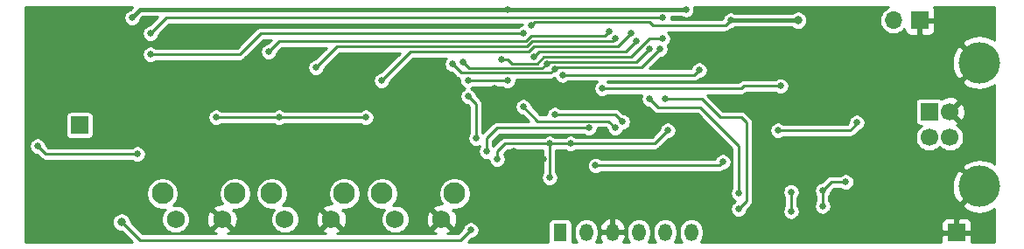
<source format=gbl>
%TF.GenerationSoftware,KiCad,Pcbnew,(5.1.10)-1*%
%TF.CreationDate,2021-09-27T23:11:59+02:00*%
%TF.ProjectId,MLGC210815,4d4c4743-3231-4303-9831-352e6b696361,rev?*%
%TF.SameCoordinates,Original*%
%TF.FileFunction,Copper,L2,Bot*%
%TF.FilePolarity,Positive*%
%FSLAX46Y46*%
G04 Gerber Fmt 4.6, Leading zero omitted, Abs format (unit mm)*
G04 Created by KiCad (PCBNEW (5.1.10)-1) date 2021-09-27 23:11:59*
%MOMM*%
%LPD*%
G01*
G04 APERTURE LIST*
%TA.AperFunction,ComponentPad*%
%ADD10R,1.700000X1.700000*%
%TD*%
%TA.AperFunction,ComponentPad*%
%ADD11O,1.700000X1.700000*%
%TD*%
%TA.AperFunction,ComponentPad*%
%ADD12R,1.300000X1.700000*%
%TD*%
%TA.AperFunction,ComponentPad*%
%ADD13O,1.300000X1.700000*%
%TD*%
%TA.AperFunction,ComponentPad*%
%ADD14C,2.100000*%
%TD*%
%TA.AperFunction,ComponentPad*%
%ADD15C,1.750000*%
%TD*%
%TA.AperFunction,ComponentPad*%
%ADD16C,1.700000*%
%TD*%
%TA.AperFunction,ComponentPad*%
%ADD17C,4.000000*%
%TD*%
%TA.AperFunction,ViaPad*%
%ADD18C,0.635000*%
%TD*%
%TA.AperFunction,ViaPad*%
%ADD19C,0.812800*%
%TD*%
%TA.AperFunction,ViaPad*%
%ADD20C,0.800000*%
%TD*%
%TA.AperFunction,Conductor*%
%ADD21C,0.254000*%
%TD*%
%TA.AperFunction,Conductor*%
%ADD22C,0.381000*%
%TD*%
%TA.AperFunction,Conductor*%
%ADD23C,0.250000*%
%TD*%
%TA.AperFunction,Conductor*%
%ADD24C,0.100000*%
%TD*%
G04 APERTURE END LIST*
D10*
%TO.P,J5,1*%
%TO.N,GNDD*%
X87122000Y22098000D03*
D11*
%TO.P,J5,2*%
%TO.N,Net-(F1-Pad2)*%
X84582000Y22098000D03*
%TD*%
D10*
%TO.P,J4,1*%
%TO.N,Net-(C8-Pad2)*%
X5842000Y11938000D03*
%TD*%
%TO.P,J3,1*%
%TO.N,GNDD*%
X90678000Y1524000D03*
%TD*%
D12*
%TO.P,J1,1*%
%TO.N,Net-(J1-Pad1)*%
X52324000Y1549400D03*
D13*
%TO.P,J1,2*%
%TO.N,+3V3*%
X54864000Y1549400D03*
%TO.P,J1,3*%
%TO.N,GNDD*%
X57404000Y1549400D03*
%TO.P,J1,4*%
%TO.N,Net-(J1-Pad4)*%
X59944000Y1549400D03*
%TO.P,J1,5*%
%TO.N,Net-(J1-Pad5)*%
X62484000Y1549400D03*
%TO.P,J1,6*%
%TO.N,Net-(J1-Pad6)*%
X65024000Y1549400D03*
%TD*%
D14*
%TO.P,SW3,*%
%TO.N,*%
X24430000Y5309400D03*
D15*
%TO.P,SW3,2*%
%TO.N,Net-(C19-Pad1)*%
X25690000Y2819400D03*
%TO.P,SW3,1*%
%TO.N,GNDD*%
X30190000Y2819400D03*
D14*
%TO.P,SW3,*%
%TO.N,*%
X31440000Y5309400D03*
%TD*%
%TO.P,SW2,*%
%TO.N,*%
X35098000Y5309400D03*
D15*
%TO.P,SW2,2*%
%TO.N,Net-(C18-Pad1)*%
X36358000Y2819400D03*
%TO.P,SW2,1*%
%TO.N,GNDD*%
X40858000Y2819400D03*
D14*
%TO.P,SW2,*%
%TO.N,*%
X42108000Y5309400D03*
%TD*%
%TO.P,SW1,*%
%TO.N,*%
X13863600Y5309400D03*
D15*
%TO.P,SW1,2*%
%TO.N,Net-(C17-Pad1)*%
X15123600Y2819400D03*
%TO.P,SW1,1*%
%TO.N,GNDD*%
X19623600Y2819400D03*
D14*
%TO.P,SW1,*%
%TO.N,*%
X20873600Y5309400D03*
%TD*%
D10*
%TO.P,J2,1*%
%TO.N,Net-(J2-Pad1)*%
X88036000Y13250000D03*
D16*
%TO.P,J2,2*%
%TO.N,/D-*%
X88036000Y10750000D03*
%TO.P,J2,3*%
%TO.N,/D+*%
X90036000Y10750000D03*
%TO.P,J2,4*%
%TO.N,GNDD*%
X90036000Y13250000D03*
D17*
%TO.P,J2,5*%
X92896000Y6000000D03*
X92896000Y18000000D03*
%TD*%
D18*
%TO.N,GNDD*%
X46024000Y15494000D03*
X74930000Y19304000D03*
X76708000Y15748000D03*
X82042000Y15748000D03*
X73152000Y19812000D03*
X65278000Y20574000D03*
X68580000Y13716000D03*
X50685690Y8636000D03*
X59689997Y14478003D03*
X55099000Y14497000D03*
X73660000Y14478000D03*
X59944000Y4064000D03*
X26670000Y15494000D03*
X11430000Y10668000D03*
X35814000Y8636000D03*
X46990000Y6604000D03*
X47868195Y9396115D03*
X4810000Y2810000D03*
X1016000Y16510000D03*
X1524000Y5080000D03*
X1016000Y20828000D03*
X7112000Y5334000D03*
%TO.N,/+3V3_USB*%
X74676000Y3581400D03*
X74676000Y5473700D03*
X77724000Y5613400D03*
X79946516Y6438884D03*
X77724000Y4089400D03*
D19*
%TO.N,Net-(R15-Pad1)*%
X9906000Y2540000D03*
D18*
X43688000Y1778000D03*
%TO.N,/INT1*%
X58349000Y12262992D03*
X51816000Y12954000D03*
%TO.N,/PG#*%
X81026000Y12192000D03*
X73406000Y11430000D03*
%TO.N,+3V3*%
X51308000Y6858000D03*
X46228000Y8636000D03*
X47244000Y23114000D03*
X47244000Y16256000D03*
X43408600Y16281400D03*
X62738000Y11430000D03*
X33528000Y12700000D03*
X25146000Y12700000D03*
X19050000Y12700000D03*
X51307988Y10160000D03*
X53340000Y10160000D03*
X64503310Y23126676D03*
X10921989Y22352011D03*
%TO.N,+3.3VA*%
X11430000Y9144000D03*
X1778006Y9906000D03*
%TO.N,/IC1*%
X48768000Y13716000D03*
X57657996Y11684004D03*
X12700000Y18796000D03*
X48768000Y20828000D03*
%TO.N,+BATT*%
X68834000Y22098006D03*
X49530000Y21590000D03*
D20*
X75332528Y22098000D03*
D18*
%TO.N,/AN0*%
X55118000Y11684000D03*
X45212000Y9398000D03*
%TO.N,/DN#*%
X24130000Y19050000D03*
X57048994Y20981006D03*
%TO.N,/UP#*%
X35052000Y16256000D03*
X59182000Y20828000D03*
%TO.N,/OK#*%
X28702000Y17526006D03*
X57699000Y20361000D03*
%TO.N,/AN1*%
X55749000Y8022400D03*
X68072000Y8382000D03*
%TO.N,Net-(C29-Pad1)*%
X43434000Y14732000D03*
X44196000Y10668000D03*
%TO.N,/PSEN#*%
X12700000Y20828000D03*
X62229986Y22352000D03*
%TO.N,/MCLR#*%
X52578004Y16789400D03*
X65786000Y17272000D03*
%TO.N,/DEN#*%
X59690000Y20066000D03*
X49784000Y18542000D03*
%TO.N,/U1RX*%
X69596000Y3810000D03*
X62484006Y14478000D03*
%TO.N,/U1TX*%
X69596000Y5334000D03*
X60960000Y14478000D03*
%TO.N,/SCL1*%
X41910000Y17849133D03*
X51816000Y17413690D03*
X61985101Y19300967D03*
%TO.N,/SDA1*%
X42926000Y18034000D03*
X60949000Y19292996D03*
X51054000Y17919690D03*
%TO.N,/CH_CPLT#*%
X56388000Y15494000D03*
X73660000Y15739835D03*
%TO.N,/RST#*%
X46621690Y18288000D03*
X62230000Y20320000D03*
%TD*%
D21*
%TO.N,GNDD*%
X76708000Y17272000D02*
X76708000Y17526000D01*
X55117997Y14478003D02*
X55099000Y14497000D01*
X57404000Y1549400D02*
X57404000Y1778000D01*
X66040000Y19812000D02*
X65278000Y20574000D01*
X73101200Y19812000D02*
X66040000Y19812000D01*
D22*
X46024000Y15544000D02*
X45974000Y15494000D01*
X46024000Y15544000D02*
X46074000Y15494000D01*
D21*
%TO.N,/+3V3_USB*%
X74676000Y3581400D02*
X74676000Y5473700D01*
X78549484Y6438884D02*
X79946516Y6438884D01*
X77724000Y5613400D02*
X78549484Y6438884D01*
X77724000Y5613400D02*
X77724000Y4089400D01*
%TO.N,Net-(R15-Pad1)*%
X42697400Y787400D02*
X43688000Y1778000D01*
X11658600Y787400D02*
X42697400Y787400D01*
X9906000Y2540000D02*
X11658600Y787400D01*
%TO.N,/INT1*%
X57657992Y12954000D02*
X51816000Y12954000D01*
X58349000Y12262992D02*
X57657992Y12954000D01*
%TO.N,/PG#*%
X80391000Y11430000D02*
X81026000Y12065000D01*
X73406000Y11430000D02*
X80391000Y11430000D01*
%TO.N,+3V3*%
X43408600Y16256000D02*
X47129700Y16256000D01*
X51308000Y6858000D02*
X51308000Y10160000D01*
X54838600Y1549400D02*
X54864000Y1549400D01*
X33528000Y12700000D02*
X25146000Y12700000D01*
X25146000Y12700000D02*
X19050000Y12700000D01*
X50012600Y10160000D02*
X50292000Y10160000D01*
X51112987Y10160001D02*
X51112988Y10160000D01*
X47752001Y10160001D02*
X51112987Y10160001D01*
X50292000Y10160000D02*
X51112987Y10160001D01*
X51112988Y10160000D02*
X51307988Y10160000D01*
X61468000Y10160000D02*
X62738000Y11430000D01*
X59436000Y10160000D02*
X61468000Y10160000D01*
X53340000Y10160000D02*
X51307988Y10160000D01*
X59436000Y10160000D02*
X53340000Y10160000D01*
X46228000Y9398000D02*
X46228000Y8636000D01*
X46990000Y10160000D02*
X46228000Y9398000D01*
X50292000Y10160000D02*
X46990000Y10160000D01*
D22*
X47498000Y23114000D02*
X64490634Y23114000D01*
X64490634Y23114000D02*
X64503310Y23126676D01*
X46990000Y23114000D02*
X11683978Y23114000D01*
X11683978Y23114000D02*
X10921989Y22352011D01*
D21*
%TO.N,+3.3VA*%
X1778006Y9905994D02*
X1778006Y9906000D01*
X2540000Y9144000D02*
X1778006Y9905994D01*
X11430000Y9144000D02*
X2540000Y9144000D01*
%TO.N,/IC1*%
X57023000Y12319000D02*
X50165000Y12319000D01*
X50165000Y12319000D02*
X48768000Y13716000D01*
X57023000Y12319000D02*
X57657996Y11684004D01*
X12700000Y18796000D02*
X21336000Y18796000D01*
X21336000Y18796000D02*
X23368000Y20828000D01*
X23368000Y20828000D02*
X48768000Y20828000D01*
%TO.N,+BATT*%
X68834000Y22098000D02*
X68834000Y22098006D01*
X49529992Y21590008D02*
X49530000Y21590000D01*
X68338692Y21602698D02*
X61296294Y21602698D01*
X60991493Y21907499D02*
X49847499Y21907499D01*
X49847499Y21907499D02*
X49530000Y21590000D01*
X68834000Y22098006D02*
X68338692Y21602698D01*
X61296294Y21602698D02*
X60991493Y21907499D01*
X75158600Y22123400D02*
X75184000Y22098000D01*
X75184000Y22098000D02*
X75332528Y22098000D01*
D22*
X68834000Y22098006D02*
X75332522Y22098006D01*
X75332522Y22098006D02*
X75332528Y22098000D01*
D21*
%TO.N,/AN0*%
X46228000Y11684000D02*
X45212000Y10668000D01*
X48006000Y11684000D02*
X46228000Y11684000D01*
X55118000Y11684000D02*
X48006000Y11684000D01*
X48006000Y11684000D02*
X46736000Y11684000D01*
X45212000Y10668000D02*
X45212000Y9398000D01*
%TO.N,/DN#*%
X49530000Y20574000D02*
X56641988Y20574000D01*
X49022000Y20066000D02*
X49530000Y20574000D01*
X25146000Y20066000D02*
X49022000Y20066000D01*
X56641988Y20574000D02*
X57048994Y20981006D01*
X24130000Y19050000D02*
X25146000Y20066000D01*
D23*
%TO.N,/UP#*%
X58864501Y20510501D02*
X59182000Y20828000D01*
X58166000Y19812000D02*
X58864501Y20510501D01*
D21*
X58166000Y19812000D02*
X58349000Y19995000D01*
X55118000Y19558000D02*
X57912000Y19558000D01*
X58039000Y19685000D02*
X58166000Y19812000D01*
X57912000Y19558000D02*
X58039000Y19685000D01*
X55372000Y19558000D02*
X55118000Y19558000D01*
X37846000Y19050000D02*
X35052000Y16256000D01*
X49276000Y19050000D02*
X37846000Y19050000D01*
X49784000Y19558000D02*
X49276000Y19050000D01*
X55118000Y19558000D02*
X49784000Y19558000D01*
%TO.N,/OK#*%
X28702000Y17526006D02*
X30733994Y19558000D01*
X30733994Y19558000D02*
X49124672Y19558000D01*
X49610173Y20043501D02*
X57381501Y20043501D01*
X49124672Y19558000D02*
X49610173Y20043501D01*
X57381501Y20043501D02*
X57699000Y20361000D01*
%TO.N,/AN1*%
X67712400Y8022400D02*
X68072000Y8382000D01*
X66653600Y8022400D02*
X67712400Y8022400D01*
X55749000Y8022400D02*
X66653600Y8022400D01*
X66653600Y8022400D02*
X66907586Y8022400D01*
%TO.N,Net-(C29-Pad1)*%
X43434000Y14732000D02*
X44196000Y13970000D01*
X44196000Y13970000D02*
X44196000Y10668000D01*
%TO.N,/PSEN#*%
X14224000Y22352000D02*
X62229986Y22352000D01*
X12700000Y20828000D02*
X14224000Y22352000D01*
%TO.N,/MCLR#*%
X65303400Y16789400D02*
X65786000Y17272000D01*
X52578004Y16789400D02*
X65303400Y16789400D01*
%TO.N,/DEN#*%
X59690000Y20066000D02*
X58674000Y19050000D01*
X58674000Y19050000D02*
X50292000Y19050000D01*
X50292000Y19050000D02*
X49784000Y18542000D01*
%TO.N,/U1RX*%
X67818000Y12700000D02*
X66040000Y14478000D01*
X69850000Y12700000D02*
X67818000Y12700000D01*
X70358000Y12192000D02*
X69850000Y12700000D01*
X70358000Y4597400D02*
X70358000Y12192000D01*
X69596000Y3835400D02*
X70358000Y4597400D01*
X66040000Y14478000D02*
X62484006Y14478000D01*
%TO.N,/U1TX*%
X69596000Y5359400D02*
X69596000Y9906000D01*
X69596000Y9906000D02*
X65849499Y13652501D01*
X65849499Y13652501D02*
X61785499Y13652501D01*
X61785499Y13652501D02*
X60960000Y14478000D01*
D23*
%TO.N,/SCL1*%
X51816000Y17526000D02*
X59461400Y17526000D01*
X51678290Y17413690D02*
X51816000Y17413690D01*
X61667602Y18983468D02*
X61985101Y19300967D01*
X60210134Y17526000D02*
X61667602Y18983468D01*
X59486800Y17526000D02*
X60210134Y17526000D01*
D21*
X41910000Y17849133D02*
X42741133Y17018000D01*
X42741133Y17018000D02*
X51420310Y17018000D01*
X51420310Y17018000D02*
X51816000Y17413690D01*
D23*
%TO.N,/SDA1*%
X51168310Y18034000D02*
X51054000Y17919690D01*
X59690004Y18034000D02*
X51168310Y18034000D01*
X60949000Y19292996D02*
X59690004Y18034000D01*
X42926000Y18034000D02*
X43497499Y17462501D01*
X43497499Y17462501D02*
X50596811Y17462501D01*
X50596811Y17462501D02*
X51054000Y17919690D01*
D21*
%TO.N,/CH_CPLT#*%
X56837012Y15494000D02*
X56388000Y15494000D01*
X69850000Y15494000D02*
X56837012Y15494000D01*
X70104000Y15748000D02*
X69850000Y15494000D01*
X73651835Y15748000D02*
X70104000Y15748000D01*
X73660000Y15739835D02*
X73651835Y15748000D01*
%TO.N,/RST#*%
X60960000Y20320000D02*
X59182000Y18542000D01*
X62230000Y20320000D02*
X60960000Y20320000D01*
X47244000Y18288000D02*
X46621690Y18288000D01*
X59182000Y18542000D02*
X50755304Y18542000D01*
X50755304Y18542000D02*
X50105615Y17892311D01*
X50105615Y17892311D02*
X47639689Y17892311D01*
X47639689Y17892311D02*
X47244000Y18288000D01*
%TD*%
%TO.N,GNDD*%
X10739542Y23157392D02*
X10681200Y23145787D01*
X10530968Y23083559D01*
X10395764Y22993219D01*
X10280781Y22878236D01*
X10190441Y22743032D01*
X10128213Y22592800D01*
X10096489Y22433316D01*
X10096489Y22270706D01*
X10128213Y22111222D01*
X10190441Y21960990D01*
X10280781Y21825786D01*
X10395764Y21710803D01*
X10530968Y21620463D01*
X10681200Y21558235D01*
X10840684Y21526511D01*
X11003294Y21526511D01*
X11162778Y21558235D01*
X11313010Y21620463D01*
X11448214Y21710803D01*
X11563197Y21825786D01*
X11653537Y21960990D01*
X11715765Y22111222D01*
X11727370Y22169564D01*
X11973306Y22415500D01*
X13389475Y22415500D01*
X12627475Y21653500D01*
X12618695Y21653500D01*
X12459211Y21621776D01*
X12308979Y21559548D01*
X12173775Y21469208D01*
X12058792Y21354225D01*
X11968452Y21219021D01*
X11906224Y21068789D01*
X11874500Y20909305D01*
X11874500Y20746695D01*
X11906224Y20587211D01*
X11968452Y20436979D01*
X12058792Y20301775D01*
X12173775Y20186792D01*
X12308979Y20096452D01*
X12459211Y20034224D01*
X12618695Y20002500D01*
X12781305Y20002500D01*
X12940789Y20034224D01*
X13091021Y20096452D01*
X13226225Y20186792D01*
X13341208Y20301775D01*
X13431548Y20436979D01*
X13493776Y20587211D01*
X13525500Y20746695D01*
X13525500Y20755475D01*
X14487026Y21717000D01*
X48713589Y21717000D01*
X48704500Y21671305D01*
X48704500Y21653500D01*
X48686695Y21653500D01*
X48527211Y21621776D01*
X48376979Y21559548D01*
X48241775Y21469208D01*
X48235567Y21463000D01*
X23399181Y21463000D01*
X23368000Y21466071D01*
X23336819Y21463000D01*
X23336808Y21463000D01*
X23243518Y21453812D01*
X23123820Y21417502D01*
X23013506Y21358538D01*
X22964108Y21317997D01*
X22916815Y21279185D01*
X22896931Y21254956D01*
X21072976Y19431000D01*
X13232433Y19431000D01*
X13226225Y19437208D01*
X13091021Y19527548D01*
X12940789Y19589776D01*
X12781305Y19621500D01*
X12618695Y19621500D01*
X12459211Y19589776D01*
X12308979Y19527548D01*
X12173775Y19437208D01*
X12058792Y19322225D01*
X11968452Y19187021D01*
X11906224Y19036789D01*
X11874500Y18877305D01*
X11874500Y18714695D01*
X11906224Y18555211D01*
X11968452Y18404979D01*
X12058792Y18269775D01*
X12173775Y18154792D01*
X12308979Y18064452D01*
X12459211Y18002224D01*
X12618695Y17970500D01*
X12781305Y17970500D01*
X12940789Y18002224D01*
X13091021Y18064452D01*
X13226225Y18154792D01*
X13232433Y18161000D01*
X21304819Y18161000D01*
X21336000Y18157929D01*
X21367181Y18161000D01*
X21367192Y18161000D01*
X21460482Y18170188D01*
X21580180Y18206498D01*
X21690494Y18265463D01*
X21787185Y18344815D01*
X21807074Y18369050D01*
X23631025Y20193000D01*
X24374975Y20193000D01*
X24057476Y19875500D01*
X24048695Y19875500D01*
X23889211Y19843776D01*
X23738979Y19781548D01*
X23603775Y19691208D01*
X23488792Y19576225D01*
X23398452Y19441021D01*
X23336224Y19290789D01*
X23304500Y19131305D01*
X23304500Y18968695D01*
X23336224Y18809211D01*
X23398452Y18658979D01*
X23488792Y18523775D01*
X23603775Y18408792D01*
X23738979Y18318452D01*
X23889211Y18256224D01*
X24048695Y18224500D01*
X24211305Y18224500D01*
X24370789Y18256224D01*
X24521021Y18318452D01*
X24656225Y18408792D01*
X24771208Y18523775D01*
X24861548Y18658979D01*
X24923776Y18809211D01*
X24955500Y18968695D01*
X24955500Y18977476D01*
X25409025Y19431000D01*
X29708969Y19431000D01*
X28629476Y18351506D01*
X28620695Y18351506D01*
X28461211Y18319782D01*
X28310979Y18257554D01*
X28175775Y18167214D01*
X28060792Y18052231D01*
X27970452Y17917027D01*
X27908224Y17766795D01*
X27876500Y17607311D01*
X27876500Y17444701D01*
X27908224Y17285217D01*
X27970452Y17134985D01*
X28060792Y16999781D01*
X28175775Y16884798D01*
X28310979Y16794458D01*
X28461211Y16732230D01*
X28620695Y16700506D01*
X28783305Y16700506D01*
X28942789Y16732230D01*
X29093021Y16794458D01*
X29228225Y16884798D01*
X29343208Y16999781D01*
X29433548Y17134985D01*
X29495776Y17285217D01*
X29527500Y17444701D01*
X29527500Y17453482D01*
X30997020Y18923000D01*
X36820974Y18923000D01*
X34979476Y17081500D01*
X34970695Y17081500D01*
X34811211Y17049776D01*
X34660979Y16987548D01*
X34525775Y16897208D01*
X34410792Y16782225D01*
X34320452Y16647021D01*
X34258224Y16496789D01*
X34226500Y16337305D01*
X34226500Y16174695D01*
X34258224Y16015211D01*
X34320452Y15864979D01*
X34410792Y15729775D01*
X34525775Y15614792D01*
X34660979Y15524452D01*
X34811211Y15462224D01*
X34970695Y15430500D01*
X35133305Y15430500D01*
X35292789Y15462224D01*
X35443021Y15524452D01*
X35578225Y15614792D01*
X35693208Y15729775D01*
X35783548Y15864979D01*
X35845776Y16015211D01*
X35877500Y16174695D01*
X35877500Y16183476D01*
X38109026Y18415000D01*
X41308434Y18415000D01*
X41268792Y18375358D01*
X41178452Y18240154D01*
X41116224Y18089922D01*
X41084500Y17930438D01*
X41084500Y17767828D01*
X41116224Y17608344D01*
X41178452Y17458112D01*
X41268792Y17322908D01*
X41383775Y17207925D01*
X41518979Y17117585D01*
X41669211Y17055357D01*
X41828695Y17023633D01*
X41837475Y17023633D01*
X42270067Y16591040D01*
X42289948Y16566815D01*
X42314172Y16546935D01*
X42314176Y16546931D01*
X42386639Y16487462D01*
X42496953Y16428498D01*
X42590540Y16400109D01*
X42583100Y16362705D01*
X42583100Y16200095D01*
X42614824Y16040611D01*
X42677052Y15890379D01*
X42767392Y15755175D01*
X42882375Y15640192D01*
X43017579Y15549852D01*
X43134457Y15501439D01*
X43042979Y15463548D01*
X42907775Y15373208D01*
X42792792Y15258225D01*
X42702452Y15123021D01*
X42640224Y14972789D01*
X42608500Y14813305D01*
X42608500Y14650695D01*
X42640224Y14491211D01*
X42702452Y14340979D01*
X42792792Y14205775D01*
X42907775Y14090792D01*
X43042979Y14000452D01*
X43193211Y13938224D01*
X43352695Y13906500D01*
X43361475Y13906500D01*
X43561000Y13706974D01*
X43561001Y11200434D01*
X43554792Y11194225D01*
X43464452Y11059021D01*
X43402224Y10908789D01*
X43370500Y10749305D01*
X43370500Y10586695D01*
X43402224Y10427211D01*
X43464452Y10276979D01*
X43554792Y10141775D01*
X43669775Y10026792D01*
X43804979Y9936452D01*
X43955211Y9874224D01*
X44114695Y9842500D01*
X44277305Y9842500D01*
X44436789Y9874224D01*
X44577001Y9932301D01*
X44577001Y9930434D01*
X44570792Y9924225D01*
X44480452Y9789021D01*
X44418224Y9638789D01*
X44386500Y9479305D01*
X44386500Y9316695D01*
X44418224Y9157211D01*
X44480452Y9006979D01*
X44570792Y8871775D01*
X44685775Y8756792D01*
X44820979Y8666452D01*
X44971211Y8604224D01*
X45130695Y8572500D01*
X45293305Y8572500D01*
X45402500Y8594221D01*
X45402500Y8554695D01*
X45434224Y8395211D01*
X45496452Y8244979D01*
X45586792Y8109775D01*
X45701775Y7994792D01*
X45836979Y7904452D01*
X45987211Y7842224D01*
X46146695Y7810500D01*
X46309305Y7810500D01*
X46468789Y7842224D01*
X46619021Y7904452D01*
X46754225Y7994792D01*
X46869208Y8109775D01*
X46959548Y8244979D01*
X47021776Y8395211D01*
X47053500Y8554695D01*
X47053500Y8717305D01*
X47021776Y8876789D01*
X46959548Y9027021D01*
X46877636Y9149611D01*
X47253025Y9525000D01*
X50323193Y9525000D01*
X50673001Y9525001D01*
X50673000Y7390433D01*
X50666792Y7384225D01*
X50576452Y7249021D01*
X50514224Y7098789D01*
X50482500Y6939305D01*
X50482500Y6776695D01*
X50514224Y6617211D01*
X50576452Y6466979D01*
X50666792Y6331775D01*
X50781775Y6216792D01*
X50916979Y6126452D01*
X51067211Y6064224D01*
X51226695Y6032500D01*
X51389305Y6032500D01*
X51548789Y6064224D01*
X51699021Y6126452D01*
X51834225Y6216792D01*
X51949208Y6331775D01*
X52039548Y6466979D01*
X52101776Y6617211D01*
X52133500Y6776695D01*
X52133500Y6939305D01*
X52101776Y7098789D01*
X52039548Y7249021D01*
X51949208Y7384225D01*
X51943000Y7390433D01*
X51943000Y8103705D01*
X54923500Y8103705D01*
X54923500Y7941095D01*
X54955224Y7781611D01*
X55017452Y7631379D01*
X55107792Y7496175D01*
X55222775Y7381192D01*
X55357979Y7290852D01*
X55508211Y7228624D01*
X55667695Y7196900D01*
X55830305Y7196900D01*
X55989789Y7228624D01*
X56140021Y7290852D01*
X56275225Y7381192D01*
X56281433Y7387400D01*
X67681219Y7387400D01*
X67712400Y7384329D01*
X67743581Y7387400D01*
X67743592Y7387400D01*
X67836882Y7396588D01*
X67956580Y7432898D01*
X68066894Y7491863D01*
X68145655Y7556500D01*
X68153305Y7556500D01*
X68312789Y7588224D01*
X68463021Y7650452D01*
X68598225Y7740792D01*
X68713208Y7855775D01*
X68803548Y7990979D01*
X68865776Y8141211D01*
X68897500Y8300695D01*
X68897500Y8463305D01*
X68865776Y8622789D01*
X68803548Y8773021D01*
X68713208Y8908225D01*
X68598225Y9023208D01*
X68463021Y9113548D01*
X68312789Y9175776D01*
X68153305Y9207500D01*
X67990695Y9207500D01*
X67831211Y9175776D01*
X67680979Y9113548D01*
X67545775Y9023208D01*
X67430792Y8908225D01*
X67340452Y8773021D01*
X67292560Y8657400D01*
X56281433Y8657400D01*
X56275225Y8663608D01*
X56140021Y8753948D01*
X55989789Y8816176D01*
X55830305Y8847900D01*
X55667695Y8847900D01*
X55508211Y8816176D01*
X55357979Y8753948D01*
X55222775Y8663608D01*
X55107792Y8548625D01*
X55017452Y8413421D01*
X54955224Y8263189D01*
X54923500Y8103705D01*
X51943000Y8103705D01*
X51943000Y9525000D01*
X52807567Y9525000D01*
X52813775Y9518792D01*
X52948979Y9428452D01*
X53099211Y9366224D01*
X53258695Y9334500D01*
X53421305Y9334500D01*
X53580789Y9366224D01*
X53731021Y9428452D01*
X53866225Y9518792D01*
X53872433Y9525000D01*
X61436819Y9525000D01*
X61468000Y9521929D01*
X61499181Y9525000D01*
X61499192Y9525000D01*
X61592482Y9534188D01*
X61712180Y9570498D01*
X61822494Y9629463D01*
X61919185Y9708815D01*
X61939074Y9733050D01*
X62810525Y10604500D01*
X62819305Y10604500D01*
X62978789Y10636224D01*
X63129021Y10698452D01*
X63264225Y10788792D01*
X63379208Y10903775D01*
X63469548Y11038979D01*
X63531776Y11189211D01*
X63563500Y11348695D01*
X63563500Y11511305D01*
X63531776Y11670789D01*
X63469548Y11821021D01*
X63379208Y11956225D01*
X63264225Y12071208D01*
X63129021Y12161548D01*
X62978789Y12223776D01*
X62819305Y12255500D01*
X62656695Y12255500D01*
X62497211Y12223776D01*
X62346979Y12161548D01*
X62211775Y12071208D01*
X62096792Y11956225D01*
X62006452Y11821021D01*
X61944224Y11670789D01*
X61912500Y11511305D01*
X61912500Y11502525D01*
X61204976Y10795000D01*
X53872433Y10795000D01*
X53866225Y10801208D01*
X53731021Y10891548D01*
X53580789Y10953776D01*
X53421305Y10985500D01*
X53258695Y10985500D01*
X53099211Y10953776D01*
X52948979Y10891548D01*
X52813775Y10801208D01*
X52807567Y10795000D01*
X51840421Y10795000D01*
X51834213Y10801208D01*
X51699009Y10891548D01*
X51548777Y10953776D01*
X51389293Y10985500D01*
X51226683Y10985500D01*
X51067199Y10953776D01*
X50916967Y10891548D01*
X50781763Y10801208D01*
X50775556Y10795001D01*
X47720809Y10795001D01*
X47720799Y10795000D01*
X47021189Y10795000D01*
X46990000Y10798072D01*
X46958811Y10795000D01*
X46958808Y10795000D01*
X46865518Y10785812D01*
X46745823Y10749503D01*
X46745820Y10749502D01*
X46635506Y10690538D01*
X46563043Y10631069D01*
X46563039Y10631065D01*
X46538815Y10611185D01*
X46518934Y10586960D01*
X45854407Y9922431D01*
X45853208Y9924225D01*
X45847000Y9930433D01*
X45847000Y10404976D01*
X46491025Y11049000D01*
X54585567Y11049000D01*
X54591775Y11042792D01*
X54726979Y10952452D01*
X54877211Y10890224D01*
X55036695Y10858500D01*
X55199305Y10858500D01*
X55358789Y10890224D01*
X55509021Y10952452D01*
X55644225Y11042792D01*
X55759208Y11157775D01*
X55849548Y11292979D01*
X55911776Y11443211D01*
X55943500Y11602695D01*
X55943500Y11684000D01*
X56759976Y11684000D01*
X56832496Y11611480D01*
X56832496Y11602699D01*
X56864220Y11443215D01*
X56926448Y11292983D01*
X57016788Y11157779D01*
X57131771Y11042796D01*
X57266975Y10952456D01*
X57417207Y10890228D01*
X57576691Y10858504D01*
X57739301Y10858504D01*
X57898785Y10890228D01*
X58049017Y10952456D01*
X58184221Y11042796D01*
X58299204Y11157779D01*
X58389544Y11292983D01*
X58451116Y11441632D01*
X58589789Y11469216D01*
X58740021Y11531444D01*
X58875225Y11621784D01*
X58990208Y11736767D01*
X59080548Y11871971D01*
X59142776Y12022203D01*
X59174500Y12181687D01*
X59174500Y12344297D01*
X59142776Y12503781D01*
X59080548Y12654013D01*
X58990208Y12789217D01*
X58875225Y12904200D01*
X58740021Y12994540D01*
X58589789Y13056768D01*
X58430305Y13088492D01*
X58421524Y13088492D01*
X58129066Y13380950D01*
X58109177Y13405185D01*
X58012486Y13484537D01*
X57902172Y13543502D01*
X57782474Y13579812D01*
X57689184Y13589000D01*
X57689173Y13589000D01*
X57657992Y13592071D01*
X57626811Y13589000D01*
X52348433Y13589000D01*
X52342225Y13595208D01*
X52207021Y13685548D01*
X52056789Y13747776D01*
X51897305Y13779500D01*
X51734695Y13779500D01*
X51575211Y13747776D01*
X51424979Y13685548D01*
X51289775Y13595208D01*
X51174792Y13480225D01*
X51084452Y13345021D01*
X51022224Y13194789D01*
X50990500Y13035305D01*
X50990500Y12954000D01*
X50428025Y12954000D01*
X49593500Y13788524D01*
X49593500Y13797305D01*
X49561776Y13956789D01*
X49499548Y14107021D01*
X49409208Y14242225D01*
X49294225Y14357208D01*
X49159021Y14447548D01*
X49008789Y14509776D01*
X48849305Y14541500D01*
X48686695Y14541500D01*
X48527211Y14509776D01*
X48376979Y14447548D01*
X48241775Y14357208D01*
X48126792Y14242225D01*
X48036452Y14107021D01*
X47974224Y13956789D01*
X47942500Y13797305D01*
X47942500Y13634695D01*
X47974224Y13475211D01*
X48036452Y13324979D01*
X48126792Y13189775D01*
X48241775Y13074792D01*
X48376979Y12984452D01*
X48527211Y12922224D01*
X48686695Y12890500D01*
X48695476Y12890500D01*
X49266975Y12319000D01*
X46259181Y12319000D01*
X46228000Y12322071D01*
X46196819Y12319000D01*
X46196808Y12319000D01*
X46103518Y12309812D01*
X45983820Y12273502D01*
X45873506Y12214537D01*
X45776815Y12135185D01*
X45756930Y12110955D01*
X44838407Y11192431D01*
X44837208Y11194225D01*
X44831000Y11200433D01*
X44831000Y13938811D01*
X44834072Y13970000D01*
X44831000Y14001192D01*
X44821812Y14094482D01*
X44785502Y14214180D01*
X44775004Y14233820D01*
X44726538Y14324494D01*
X44667069Y14396957D01*
X44667065Y14396961D01*
X44647185Y14421185D01*
X44622961Y14441065D01*
X44259500Y14804525D01*
X44259500Y14813305D01*
X44227776Y14972789D01*
X44165548Y15123021D01*
X44075208Y15258225D01*
X43960225Y15373208D01*
X43825021Y15463548D01*
X43708143Y15511961D01*
X43799621Y15549852D01*
X43906102Y15621000D01*
X46711567Y15621000D01*
X46717775Y15614792D01*
X46852979Y15524452D01*
X47003211Y15462224D01*
X47162695Y15430500D01*
X47325305Y15430500D01*
X47484789Y15462224D01*
X47635021Y15524452D01*
X47770225Y15614792D01*
X47885208Y15729775D01*
X47975548Y15864979D01*
X48037776Y16015211D01*
X48069500Y16174695D01*
X48069500Y16337305D01*
X48060411Y16383000D01*
X51389129Y16383000D01*
X51420310Y16379929D01*
X51451491Y16383000D01*
X51451502Y16383000D01*
X51544792Y16392188D01*
X51664490Y16428498D01*
X51774804Y16487463D01*
X51800740Y16508748D01*
X51846456Y16398379D01*
X51936796Y16263175D01*
X52051779Y16148192D01*
X52186983Y16057852D01*
X52337215Y15995624D01*
X52496699Y15963900D01*
X52659309Y15963900D01*
X52818793Y15995624D01*
X52969025Y16057852D01*
X53104229Y16148192D01*
X53110437Y16154400D01*
X55890498Y16154400D01*
X55861775Y16135208D01*
X55746792Y16020225D01*
X55656452Y15885021D01*
X55594224Y15734789D01*
X55562500Y15575305D01*
X55562500Y15412695D01*
X55594224Y15253211D01*
X55656452Y15102979D01*
X55746792Y14967775D01*
X55861775Y14852792D01*
X55996979Y14762452D01*
X56147211Y14700224D01*
X56306695Y14668500D01*
X56469305Y14668500D01*
X56628789Y14700224D01*
X56779021Y14762452D01*
X56914225Y14852792D01*
X56920433Y14859000D01*
X60224301Y14859000D01*
X60166224Y14718789D01*
X60134500Y14559305D01*
X60134500Y14396695D01*
X60166224Y14237211D01*
X60228452Y14086979D01*
X60318792Y13951775D01*
X60433775Y13836792D01*
X60568979Y13746452D01*
X60719211Y13684224D01*
X60878695Y13652500D01*
X60887476Y13652500D01*
X61314429Y13225546D01*
X61334314Y13201316D01*
X61377023Y13166266D01*
X61431005Y13121963D01*
X61519256Y13074792D01*
X61541319Y13062999D01*
X61661017Y13026689D01*
X61754307Y13017501D01*
X61754310Y13017501D01*
X61785499Y13014429D01*
X61816688Y13017501D01*
X65586475Y13017501D01*
X68961001Y9642973D01*
X68961000Y5866433D01*
X68954792Y5860225D01*
X68864452Y5725021D01*
X68802224Y5574789D01*
X68770500Y5415305D01*
X68770500Y5252695D01*
X68802224Y5093211D01*
X68864452Y4942979D01*
X68954792Y4807775D01*
X69069775Y4692792D01*
X69204979Y4602452D01*
X69278497Y4572000D01*
X69204979Y4541548D01*
X69069775Y4451208D01*
X68954792Y4336225D01*
X68864452Y4201021D01*
X68802224Y4050789D01*
X68770500Y3891305D01*
X68770500Y3728695D01*
X68802224Y3569211D01*
X68864452Y3418979D01*
X68954792Y3283775D01*
X69069775Y3168792D01*
X69204979Y3078452D01*
X69355211Y3016224D01*
X69514695Y2984500D01*
X69677305Y2984500D01*
X69836789Y3016224D01*
X69987021Y3078452D01*
X70122225Y3168792D01*
X70237208Y3283775D01*
X70327548Y3418979D01*
X70389776Y3569211D01*
X70421500Y3728695D01*
X70421500Y3762875D01*
X70784961Y4126335D01*
X70809185Y4146215D01*
X70829065Y4170439D01*
X70829069Y4170443D01*
X70888538Y4242906D01*
X70947502Y4353220D01*
X70954162Y4375176D01*
X70983812Y4472918D01*
X70993000Y4566208D01*
X70993000Y4566211D01*
X70996072Y4597400D01*
X70993000Y4628589D01*
X70993000Y5555005D01*
X73850500Y5555005D01*
X73850500Y5392395D01*
X73882224Y5232911D01*
X73944452Y5082679D01*
X74034792Y4947475D01*
X74041001Y4941266D01*
X74041000Y4113833D01*
X74034792Y4107625D01*
X73944452Y3972421D01*
X73882224Y3822189D01*
X73850500Y3662705D01*
X73850500Y3500095D01*
X73882224Y3340611D01*
X73944452Y3190379D01*
X74034792Y3055175D01*
X74149775Y2940192D01*
X74284979Y2849852D01*
X74435211Y2787624D01*
X74594695Y2755900D01*
X74757305Y2755900D01*
X74916789Y2787624D01*
X75067021Y2849852D01*
X75202225Y2940192D01*
X75317208Y3055175D01*
X75407548Y3190379D01*
X75469776Y3340611D01*
X75501500Y3500095D01*
X75501500Y3662705D01*
X75469776Y3822189D01*
X75407548Y3972421D01*
X75317208Y4107625D01*
X75311000Y4113833D01*
X75311000Y4941267D01*
X75317208Y4947475D01*
X75407548Y5082679D01*
X75469776Y5232911D01*
X75501500Y5392395D01*
X75501500Y5555005D01*
X75473712Y5694705D01*
X76898500Y5694705D01*
X76898500Y5532095D01*
X76930224Y5372611D01*
X76992452Y5222379D01*
X77082792Y5087175D01*
X77089000Y5080967D01*
X77089001Y4621834D01*
X77082792Y4615625D01*
X76992452Y4480421D01*
X76930224Y4330189D01*
X76898500Y4170705D01*
X76898500Y4008095D01*
X76930224Y3848611D01*
X76992452Y3698379D01*
X77082792Y3563175D01*
X77197775Y3448192D01*
X77332979Y3357852D01*
X77483211Y3295624D01*
X77642695Y3263900D01*
X77805305Y3263900D01*
X77964789Y3295624D01*
X78115021Y3357852D01*
X78250225Y3448192D01*
X78365208Y3563175D01*
X78455548Y3698379D01*
X78517776Y3848611D01*
X78549500Y4008095D01*
X78549500Y4170705D01*
X78517776Y4330189D01*
X78455548Y4480421D01*
X78365208Y4615625D01*
X78359000Y4621833D01*
X78359000Y5080967D01*
X78365208Y5087175D01*
X78455548Y5222379D01*
X78517776Y5372611D01*
X78549500Y5532095D01*
X78549500Y5540875D01*
X78812510Y5803884D01*
X79414083Y5803884D01*
X79420291Y5797676D01*
X79555495Y5707336D01*
X79705727Y5645108D01*
X79865211Y5613384D01*
X80027821Y5613384D01*
X80187305Y5645108D01*
X80337537Y5707336D01*
X80472741Y5797676D01*
X80587724Y5912659D01*
X80630667Y5976929D01*
X90248352Y5976929D01*
X90303727Y5460841D01*
X90458721Y4965474D01*
X90681742Y4548228D01*
X91048501Y4332106D01*
X92716395Y6000000D01*
X91048501Y7667894D01*
X90681742Y7451772D01*
X90441062Y6991895D01*
X90294725Y6493902D01*
X90248352Y5976929D01*
X80630667Y5976929D01*
X80678064Y6047863D01*
X80740292Y6198095D01*
X80772016Y6357579D01*
X80772016Y6520189D01*
X80740292Y6679673D01*
X80678064Y6829905D01*
X80587724Y6965109D01*
X80472741Y7080092D01*
X80337537Y7170432D01*
X80187305Y7232660D01*
X80027821Y7264384D01*
X79865211Y7264384D01*
X79705727Y7232660D01*
X79555495Y7170432D01*
X79420291Y7080092D01*
X79414083Y7073884D01*
X78580673Y7073884D01*
X78549484Y7076956D01*
X78518295Y7073884D01*
X78518292Y7073884D01*
X78425002Y7064696D01*
X78305304Y7028386D01*
X78194990Y6969422D01*
X78122527Y6909953D01*
X78122523Y6909949D01*
X78098299Y6890069D01*
X78078418Y6865844D01*
X77651475Y6438900D01*
X77642695Y6438900D01*
X77483211Y6407176D01*
X77332979Y6344948D01*
X77197775Y6254608D01*
X77082792Y6139625D01*
X76992452Y6004421D01*
X76930224Y5854189D01*
X76898500Y5694705D01*
X75473712Y5694705D01*
X75469776Y5714489D01*
X75407548Y5864721D01*
X75317208Y5999925D01*
X75202225Y6114908D01*
X75067021Y6205248D01*
X74916789Y6267476D01*
X74757305Y6299200D01*
X74594695Y6299200D01*
X74435211Y6267476D01*
X74284979Y6205248D01*
X74149775Y6114908D01*
X74034792Y5999925D01*
X73944452Y5864721D01*
X73882224Y5714489D01*
X73850500Y5555005D01*
X70993000Y5555005D01*
X70993000Y11511305D01*
X72580500Y11511305D01*
X72580500Y11348695D01*
X72612224Y11189211D01*
X72674452Y11038979D01*
X72764792Y10903775D01*
X72879775Y10788792D01*
X73014979Y10698452D01*
X73165211Y10636224D01*
X73324695Y10604500D01*
X73487305Y10604500D01*
X73646789Y10636224D01*
X73797021Y10698452D01*
X73932225Y10788792D01*
X73938433Y10795000D01*
X80359819Y10795000D01*
X80391000Y10791929D01*
X80422181Y10795000D01*
X80422192Y10795000D01*
X80515482Y10804188D01*
X80635180Y10840498D01*
X80745494Y10899463D01*
X80842185Y10978815D01*
X80862074Y11003050D01*
X81254880Y11395855D01*
X81266789Y11398224D01*
X81417021Y11460452D01*
X81552225Y11550792D01*
X81667208Y11665775D01*
X81757548Y11800979D01*
X81819776Y11951211D01*
X81851500Y12110695D01*
X81851500Y12273305D01*
X81819776Y12432789D01*
X81757548Y12583021D01*
X81667208Y12718225D01*
X81552225Y12833208D01*
X81417021Y12923548D01*
X81266789Y12985776D01*
X81107305Y13017500D01*
X80944695Y13017500D01*
X80785211Y12985776D01*
X80634979Y12923548D01*
X80499775Y12833208D01*
X80384792Y12718225D01*
X80294452Y12583021D01*
X80232224Y12432789D01*
X80200500Y12273305D01*
X80200500Y12137525D01*
X80127975Y12065000D01*
X73938433Y12065000D01*
X73932225Y12071208D01*
X73797021Y12161548D01*
X73646789Y12223776D01*
X73487305Y12255500D01*
X73324695Y12255500D01*
X73165211Y12223776D01*
X73014979Y12161548D01*
X72879775Y12071208D01*
X72764792Y11956225D01*
X72674452Y11821021D01*
X72612224Y11670789D01*
X72580500Y11511305D01*
X70993000Y11511305D01*
X70993000Y12160820D01*
X70996071Y12192001D01*
X70993000Y12223182D01*
X70993000Y12223192D01*
X70983812Y12316482D01*
X70947502Y12436180D01*
X70904738Y12516185D01*
X70888537Y12546495D01*
X70829068Y12618958D01*
X70829065Y12618961D01*
X70809185Y12643185D01*
X70784960Y12663066D01*
X70321074Y13126950D01*
X70301185Y13151185D01*
X70204494Y13230537D01*
X70094180Y13289502D01*
X69974482Y13325812D01*
X69881192Y13335000D01*
X69881181Y13335000D01*
X69850000Y13338071D01*
X69818819Y13335000D01*
X68081026Y13335000D01*
X67316025Y14100000D01*
X86675543Y14100000D01*
X86675543Y12400000D01*
X86685351Y12300415D01*
X86714399Y12204657D01*
X86761571Y12116405D01*
X86825052Y12039052D01*
X86902405Y11975571D01*
X86990657Y11928399D01*
X87086415Y11899351D01*
X87186000Y11889543D01*
X87297111Y11889543D01*
X87170325Y11804828D01*
X86981172Y11615675D01*
X86832556Y11393254D01*
X86730187Y11146114D01*
X86678000Y10883751D01*
X86678000Y10616249D01*
X86730187Y10353886D01*
X86832556Y10106746D01*
X86981172Y9884325D01*
X87170325Y9695172D01*
X87392746Y9546556D01*
X87639886Y9444187D01*
X87902249Y9392000D01*
X88169751Y9392000D01*
X88432114Y9444187D01*
X88679254Y9546556D01*
X88901675Y9695172D01*
X89036000Y9829497D01*
X89170325Y9695172D01*
X89392746Y9546556D01*
X89639886Y9444187D01*
X89902249Y9392000D01*
X90169751Y9392000D01*
X90432114Y9444187D01*
X90679254Y9546556D01*
X90901675Y9695172D01*
X91090828Y9884325D01*
X91239444Y10106746D01*
X91341813Y10353886D01*
X91394000Y10616249D01*
X91394000Y10883751D01*
X91341813Y11146114D01*
X91239444Y11393254D01*
X91090828Y11615675D01*
X90901675Y11804828D01*
X90720230Y11926065D01*
X90807157Y11972528D01*
X90884792Y12221603D01*
X90036000Y13070395D01*
X90021858Y13056253D01*
X89842253Y13235858D01*
X89856395Y13250000D01*
X90215605Y13250000D01*
X91064397Y12401208D01*
X91313472Y12478843D01*
X91439371Y12742883D01*
X91511339Y13026411D01*
X91526611Y13318531D01*
X91484599Y13608019D01*
X91386919Y13883747D01*
X91313472Y14021157D01*
X91064397Y14098792D01*
X90215605Y13250000D01*
X89856395Y13250000D01*
X89842253Y13264143D01*
X90021858Y13443748D01*
X90036000Y13429605D01*
X90884792Y14278397D01*
X90807157Y14527472D01*
X90543117Y14653371D01*
X90259589Y14725339D01*
X89967469Y14740611D01*
X89677981Y14698599D01*
X89402253Y14600919D01*
X89264843Y14527472D01*
X89244686Y14462804D01*
X89169595Y14524429D01*
X89081343Y14571601D01*
X88985585Y14600649D01*
X88886000Y14610457D01*
X87186000Y14610457D01*
X87086415Y14600649D01*
X86990657Y14571601D01*
X86902405Y14524429D01*
X86825052Y14460948D01*
X86761571Y14383595D01*
X86714399Y14295343D01*
X86685351Y14199585D01*
X86675543Y14100000D01*
X67316025Y14100000D01*
X66557024Y14859000D01*
X69818819Y14859000D01*
X69850000Y14855929D01*
X69881181Y14859000D01*
X69881192Y14859000D01*
X69974482Y14868188D01*
X70094180Y14904498D01*
X70204494Y14963463D01*
X70301185Y15042815D01*
X70321074Y15067050D01*
X70367024Y15113000D01*
X73119402Y15113000D01*
X73133775Y15098627D01*
X73268979Y15008287D01*
X73419211Y14946059D01*
X73578695Y14914335D01*
X73741305Y14914335D01*
X73900789Y14946059D01*
X74051021Y15008287D01*
X74186225Y15098627D01*
X74301208Y15213610D01*
X74391548Y15348814D01*
X74453776Y15499046D01*
X74485500Y15658530D01*
X74485500Y15821140D01*
X74453776Y15980624D01*
X74391548Y16130856D01*
X74301208Y16266060D01*
X74186225Y16381043D01*
X74051021Y16471383D01*
X73900789Y16533611D01*
X73741305Y16565335D01*
X73578695Y16565335D01*
X73419211Y16533611D01*
X73268979Y16471383D01*
X73136704Y16383000D01*
X70135180Y16383000D01*
X70103999Y16386071D01*
X70072818Y16383000D01*
X70072808Y16383000D01*
X69979518Y16373812D01*
X69859820Y16337502D01*
X69749506Y16278537D01*
X69652815Y16199185D01*
X69632926Y16174950D01*
X69586976Y16129000D01*
X56920433Y16129000D01*
X56914225Y16135208D01*
X56885502Y16154400D01*
X65272219Y16154400D01*
X65303400Y16151329D01*
X65334581Y16154400D01*
X65334592Y16154400D01*
X65427882Y16163588D01*
X65547580Y16199898D01*
X65657894Y16258863D01*
X65754585Y16338215D01*
X65774474Y16362450D01*
X65858524Y16446500D01*
X65867305Y16446500D01*
X66026789Y16478224D01*
X66177021Y16540452D01*
X66312225Y16630792D01*
X66427208Y16745775D01*
X66517548Y16880979D01*
X66579776Y17031211D01*
X66611500Y17190695D01*
X66611500Y17353305D01*
X66579776Y17512789D01*
X66517548Y17663021D01*
X66427208Y17798225D01*
X66312225Y17913208D01*
X66216860Y17976929D01*
X90248352Y17976929D01*
X90303727Y17460841D01*
X90458721Y16965474D01*
X90681742Y16548228D01*
X91048501Y16332106D01*
X92716395Y18000000D01*
X91048501Y19667894D01*
X90681742Y19451772D01*
X90441062Y18991895D01*
X90294725Y18493902D01*
X90248352Y17976929D01*
X66216860Y17976929D01*
X66177021Y18003548D01*
X66026789Y18065776D01*
X65867305Y18097500D01*
X65704695Y18097500D01*
X65545211Y18065776D01*
X65394979Y18003548D01*
X65259775Y17913208D01*
X65144792Y17798225D01*
X65054452Y17663021D01*
X64992224Y17512789D01*
X64974642Y17424400D01*
X61003731Y17424400D01*
X62054799Y18475467D01*
X62066406Y18475467D01*
X62225890Y18507191D01*
X62376122Y18569419D01*
X62511326Y18659759D01*
X62626309Y18774742D01*
X62716649Y18909946D01*
X62778877Y19060178D01*
X62810601Y19219662D01*
X62810601Y19382272D01*
X62778877Y19541756D01*
X62729509Y19660941D01*
X62756225Y19678792D01*
X62871208Y19793775D01*
X62961548Y19928979D01*
X63023776Y20079211D01*
X63055500Y20238695D01*
X63055500Y20401305D01*
X63023776Y20560789D01*
X62961548Y20711021D01*
X62871208Y20846225D01*
X62756225Y20961208D01*
X62746512Y20967698D01*
X68307511Y20967698D01*
X68338692Y20964627D01*
X68369873Y20967698D01*
X68369884Y20967698D01*
X68463174Y20976886D01*
X68582872Y21013196D01*
X68693186Y21072161D01*
X68789877Y21151513D01*
X68809766Y21175748D01*
X68906524Y21272506D01*
X68915305Y21272506D01*
X69074789Y21304230D01*
X69225021Y21366458D01*
X69274481Y21399506D01*
X74746917Y21399506D01*
X74753712Y21392711D01*
X74902429Y21293341D01*
X75067674Y21224894D01*
X75243098Y21190000D01*
X75421958Y21190000D01*
X75597382Y21224894D01*
X75762627Y21293341D01*
X75911344Y21392711D01*
X76037817Y21519184D01*
X76137187Y21667901D01*
X76205634Y21833146D01*
X76240528Y22008570D01*
X76240528Y22187430D01*
X76205634Y22362854D01*
X76137187Y22528099D01*
X76037817Y22676816D01*
X75911344Y22803289D01*
X75762627Y22902659D01*
X75597382Y22971106D01*
X75421958Y23006000D01*
X75243098Y23006000D01*
X75067674Y22971106D01*
X74902429Y22902659D01*
X74753712Y22803289D01*
X74746929Y22796506D01*
X69274481Y22796506D01*
X69225021Y22829554D01*
X69074789Y22891782D01*
X68915305Y22923506D01*
X68752695Y22923506D01*
X68593211Y22891782D01*
X68442979Y22829554D01*
X68307775Y22739214D01*
X68192792Y22624231D01*
X68102452Y22489027D01*
X68040224Y22338795D01*
X68020114Y22237698D01*
X63048922Y22237698D01*
X63055486Y22270695D01*
X63055486Y22415500D01*
X64081800Y22415500D01*
X64112289Y22395128D01*
X64262521Y22332900D01*
X64422005Y22301176D01*
X64584615Y22301176D01*
X64744099Y22332900D01*
X64894331Y22395128D01*
X65029535Y22485468D01*
X65144518Y22600451D01*
X65234858Y22735655D01*
X65297086Y22885887D01*
X65328810Y23045371D01*
X65328810Y23207981D01*
X65297576Y23365000D01*
X84092183Y23365000D01*
X83938746Y23301444D01*
X83716325Y23152828D01*
X83527172Y22963675D01*
X83378556Y22741254D01*
X83276187Y22494114D01*
X83224000Y22231751D01*
X83224000Y21964249D01*
X83276187Y21701886D01*
X83378556Y21454746D01*
X83527172Y21232325D01*
X83716325Y21043172D01*
X83938746Y20894556D01*
X84185886Y20792187D01*
X84448249Y20740000D01*
X84715751Y20740000D01*
X84978114Y20792187D01*
X85225254Y20894556D01*
X85447675Y21043172D01*
X85635593Y21231090D01*
X85646188Y21123518D01*
X85682498Y21003820D01*
X85741463Y20893506D01*
X85820815Y20796815D01*
X85917506Y20717463D01*
X86027820Y20658498D01*
X86147518Y20622188D01*
X86272000Y20609928D01*
X86836250Y20613000D01*
X86995000Y20771750D01*
X86995000Y21971000D01*
X87249000Y21971000D01*
X87249000Y20771750D01*
X87407750Y20613000D01*
X87972000Y20609928D01*
X88096482Y20622188D01*
X88216180Y20658498D01*
X88326494Y20717463D01*
X88423185Y20796815D01*
X88502537Y20893506D01*
X88561502Y21003820D01*
X88597812Y21123518D01*
X88610072Y21248000D01*
X88607000Y21812250D01*
X88448250Y21971000D01*
X87249000Y21971000D01*
X86995000Y21971000D01*
X86975000Y21971000D01*
X86975000Y22225000D01*
X86995000Y22225000D01*
X86995000Y22245000D01*
X87249000Y22245000D01*
X87249000Y22225000D01*
X88448250Y22225000D01*
X88607000Y22383750D01*
X88610072Y22948000D01*
X88597812Y23072482D01*
X88561502Y23192180D01*
X88502537Y23302494D01*
X88451240Y23365000D01*
X94365001Y23365000D01*
X94365001Y20185021D01*
X94347772Y20214258D01*
X93887895Y20454938D01*
X93389902Y20601275D01*
X92872929Y20647648D01*
X92356841Y20592273D01*
X91861474Y20437279D01*
X91444228Y20214258D01*
X91228106Y19847499D01*
X92896000Y18179605D01*
X92910143Y18193748D01*
X93089748Y18014143D01*
X93075605Y18000000D01*
X93089748Y17985858D01*
X92910143Y17806253D01*
X92896000Y17820395D01*
X91228106Y16152501D01*
X91444228Y15785742D01*
X91904105Y15545062D01*
X92402098Y15398725D01*
X92919071Y15352352D01*
X93435159Y15407727D01*
X93930526Y15562721D01*
X94347772Y15785742D01*
X94365001Y15814979D01*
X94365000Y8185022D01*
X94347772Y8214258D01*
X93887895Y8454938D01*
X93389902Y8601275D01*
X92872929Y8647648D01*
X92356841Y8592273D01*
X91861474Y8437279D01*
X91444228Y8214258D01*
X91228106Y7847499D01*
X92896000Y6179605D01*
X92910143Y6193748D01*
X93089748Y6014143D01*
X93075605Y6000000D01*
X93089748Y5985858D01*
X92910143Y5806253D01*
X92896000Y5820395D01*
X91228106Y4152501D01*
X91444228Y3785742D01*
X91904105Y3545062D01*
X92402098Y3398725D01*
X92919071Y3352352D01*
X93435159Y3407727D01*
X93930526Y3562721D01*
X94347772Y3785742D01*
X94365000Y3814978D01*
X94365000Y635000D01*
X92162231Y635000D01*
X92166072Y674000D01*
X92163000Y1238250D01*
X92004250Y1397000D01*
X90805000Y1397000D01*
X90805000Y1377000D01*
X90551000Y1377000D01*
X90551000Y1397000D01*
X89351750Y1397000D01*
X89193000Y1238250D01*
X89189928Y674000D01*
X89193769Y635000D01*
X65935746Y635000D01*
X65991501Y702938D01*
X66099029Y904109D01*
X66165245Y1122393D01*
X66182000Y1292512D01*
X66182000Y1806289D01*
X66165245Y1976408D01*
X66099029Y2194692D01*
X66003188Y2374000D01*
X89189928Y2374000D01*
X89193000Y1809750D01*
X89351750Y1651000D01*
X90551000Y1651000D01*
X90551000Y2850250D01*
X90805000Y2850250D01*
X90805000Y1651000D01*
X92004250Y1651000D01*
X92163000Y1809750D01*
X92166072Y2374000D01*
X92153812Y2498482D01*
X92117502Y2618180D01*
X92058537Y2728494D01*
X91979185Y2825185D01*
X91882494Y2904537D01*
X91772180Y2963502D01*
X91652482Y2999812D01*
X91528000Y3012072D01*
X90963750Y3009000D01*
X90805000Y2850250D01*
X90551000Y2850250D01*
X90392250Y3009000D01*
X89828000Y3012072D01*
X89703518Y2999812D01*
X89583820Y2963502D01*
X89473506Y2904537D01*
X89376815Y2825185D01*
X89297463Y2728494D01*
X89238498Y2618180D01*
X89202188Y2498482D01*
X89189928Y2374000D01*
X66003188Y2374000D01*
X65991501Y2395863D01*
X65846792Y2572192D01*
X65670462Y2716901D01*
X65469291Y2824429D01*
X65251007Y2890645D01*
X65024000Y2913003D01*
X64796992Y2890645D01*
X64578708Y2824429D01*
X64377537Y2716901D01*
X64201208Y2572192D01*
X64056499Y2395862D01*
X63948971Y2194691D01*
X63882755Y1976407D01*
X63866000Y1806288D01*
X63866000Y1292511D01*
X63882755Y1122392D01*
X63948971Y904108D01*
X64056500Y702937D01*
X64112254Y635000D01*
X63395746Y635000D01*
X63451501Y702938D01*
X63559029Y904109D01*
X63625245Y1122393D01*
X63642000Y1292512D01*
X63642000Y1806289D01*
X63625245Y1976408D01*
X63559029Y2194692D01*
X63451501Y2395863D01*
X63306792Y2572192D01*
X63130462Y2716901D01*
X62929291Y2824429D01*
X62711007Y2890645D01*
X62484000Y2913003D01*
X62256992Y2890645D01*
X62038708Y2824429D01*
X61837537Y2716901D01*
X61661208Y2572192D01*
X61516499Y2395862D01*
X61408971Y2194691D01*
X61342755Y1976407D01*
X61326000Y1806288D01*
X61326000Y1292511D01*
X61342755Y1122392D01*
X61408971Y904108D01*
X61516500Y702937D01*
X61572254Y635000D01*
X60855746Y635000D01*
X60911501Y702938D01*
X61019029Y904109D01*
X61085245Y1122393D01*
X61102000Y1292512D01*
X61102000Y1806289D01*
X61085245Y1976408D01*
X61019029Y2194692D01*
X60911501Y2395863D01*
X60766792Y2572192D01*
X60590462Y2716901D01*
X60389291Y2824429D01*
X60171007Y2890645D01*
X59944000Y2913003D01*
X59716992Y2890645D01*
X59498708Y2824429D01*
X59297537Y2716901D01*
X59121208Y2572192D01*
X58976499Y2395862D01*
X58868971Y2194691D01*
X58802755Y1976407D01*
X58786000Y1806288D01*
X58786000Y1292511D01*
X58802755Y1122392D01*
X58868971Y904108D01*
X58976500Y702937D01*
X59032254Y635000D01*
X58471450Y635000D01*
X58540854Y738352D01*
X58638219Y971882D01*
X58688154Y1219920D01*
X58533849Y1422400D01*
X57531000Y1422400D01*
X57531000Y1402400D01*
X57277000Y1402400D01*
X57277000Y1422400D01*
X56274151Y1422400D01*
X56119846Y1219920D01*
X56169781Y971882D01*
X56267146Y738352D01*
X56336550Y635000D01*
X55775746Y635000D01*
X55831501Y702938D01*
X55939029Y904109D01*
X56005245Y1122393D01*
X56022000Y1292512D01*
X56022000Y1806289D01*
X56014851Y1878880D01*
X56119846Y1878880D01*
X56274151Y1676400D01*
X57277000Y1676400D01*
X57277000Y2868467D01*
X57531000Y2868467D01*
X57531000Y1676400D01*
X58533849Y1676400D01*
X58688154Y1878880D01*
X58638219Y2126918D01*
X58540854Y2360448D01*
X58399800Y2570496D01*
X58220478Y2748990D01*
X58009779Y2889070D01*
X57775801Y2985353D01*
X57729471Y2992499D01*
X57531000Y2868467D01*
X57277000Y2868467D01*
X57078529Y2992499D01*
X57032199Y2985353D01*
X56798221Y2889070D01*
X56587522Y2748990D01*
X56408200Y2570496D01*
X56267146Y2360448D01*
X56169781Y2126918D01*
X56119846Y1878880D01*
X56014851Y1878880D01*
X56005245Y1976408D01*
X55939029Y2194692D01*
X55831501Y2395863D01*
X55686792Y2572192D01*
X55510462Y2716901D01*
X55309291Y2824429D01*
X55091007Y2890645D01*
X54864000Y2913003D01*
X54636992Y2890645D01*
X54418708Y2824429D01*
X54217537Y2716901D01*
X54041208Y2572192D01*
X53896499Y2395862D01*
X53788971Y2194691D01*
X53722755Y1976407D01*
X53706000Y1806288D01*
X53706000Y1292511D01*
X53722755Y1122392D01*
X53788971Y904108D01*
X53896500Y702937D01*
X53952254Y635000D01*
X53478114Y635000D01*
X53484457Y699400D01*
X53484457Y2399400D01*
X53474649Y2498985D01*
X53445601Y2594743D01*
X53398429Y2682995D01*
X53334948Y2760348D01*
X53257595Y2823829D01*
X53169343Y2871001D01*
X53073585Y2900049D01*
X52974000Y2909857D01*
X51674000Y2909857D01*
X51574415Y2900049D01*
X51478657Y2871001D01*
X51390405Y2823829D01*
X51313052Y2760348D01*
X51249571Y2682995D01*
X51202399Y2594743D01*
X51173351Y2498985D01*
X51163543Y2399400D01*
X51163543Y699400D01*
X51169886Y635000D01*
X43443024Y635000D01*
X43760525Y952500D01*
X43769305Y952500D01*
X43928789Y984224D01*
X44079021Y1046452D01*
X44214225Y1136792D01*
X44329208Y1251775D01*
X44419548Y1386979D01*
X44481776Y1537211D01*
X44513500Y1696695D01*
X44513500Y1859305D01*
X44481776Y2018789D01*
X44419548Y2169021D01*
X44329208Y2304225D01*
X44214225Y2419208D01*
X44079021Y2509548D01*
X43928789Y2571776D01*
X43769305Y2603500D01*
X43606695Y2603500D01*
X43447211Y2571776D01*
X43296979Y2509548D01*
X43161775Y2419208D01*
X43046792Y2304225D01*
X42956452Y2169021D01*
X42894224Y2018789D01*
X42862500Y1859305D01*
X42862500Y1850525D01*
X42434376Y1422400D01*
X41436880Y1422400D01*
X41500474Y1444828D01*
X41643975Y1521532D01*
X41724635Y1773160D01*
X40858000Y2639795D01*
X39991365Y1773160D01*
X40072025Y1521532D01*
X40279172Y1422400D01*
X30768880Y1422400D01*
X30832474Y1444828D01*
X30975975Y1521532D01*
X31056635Y1773160D01*
X30190000Y2639795D01*
X29323365Y1773160D01*
X29404025Y1521532D01*
X29611172Y1422400D01*
X20202480Y1422400D01*
X20266074Y1444828D01*
X20409575Y1521532D01*
X20490235Y1773160D01*
X19623600Y2639795D01*
X18756965Y1773160D01*
X18837625Y1521532D01*
X19044772Y1422400D01*
X11921626Y1422400D01*
X10820400Y2523625D01*
X10820400Y2630061D01*
X10785260Y2806721D01*
X10716330Y2973131D01*
X10616261Y3122896D01*
X10488896Y3250261D01*
X10339131Y3350330D01*
X10172721Y3419260D01*
X9996061Y3454400D01*
X9815939Y3454400D01*
X9639279Y3419260D01*
X9472869Y3350330D01*
X9323104Y3250261D01*
X9195739Y3122896D01*
X9095670Y2973131D01*
X9026740Y2806721D01*
X8991600Y2630061D01*
X8991600Y2449939D01*
X9026740Y2273279D01*
X9095670Y2106869D01*
X9195739Y1957104D01*
X9323104Y1829739D01*
X9472869Y1729670D01*
X9639279Y1660740D01*
X9815939Y1625600D01*
X9922375Y1625600D01*
X10912974Y635000D01*
X635000Y635000D01*
X635000Y5462850D01*
X12305600Y5462850D01*
X12305600Y5155950D01*
X12365474Y4854948D01*
X12482919Y4571410D01*
X12653423Y4316233D01*
X12870433Y4099223D01*
X13125610Y3928719D01*
X13409148Y3811274D01*
X13710150Y3751400D01*
X14017050Y3751400D01*
X14120276Y3771933D01*
X14049354Y3701011D01*
X13898001Y3474496D01*
X13793748Y3222806D01*
X13740600Y2955614D01*
X13740600Y2683186D01*
X13793748Y2415994D01*
X13898001Y2164304D01*
X14049354Y1937789D01*
X14241989Y1745154D01*
X14468504Y1593801D01*
X14720194Y1489548D01*
X14987386Y1436400D01*
X15259814Y1436400D01*
X15527006Y1489548D01*
X15778696Y1593801D01*
X16005211Y1745154D01*
X16197846Y1937789D01*
X16349199Y2164304D01*
X16453452Y2415994D01*
X16506600Y2683186D01*
X16506600Y2751857D01*
X18107796Y2751857D01*
X18150099Y2457437D01*
X18249028Y2176926D01*
X18325732Y2033425D01*
X18577360Y1952765D01*
X19443995Y2819400D01*
X18577360Y3686035D01*
X18325732Y3605375D01*
X18197333Y3337071D01*
X18123745Y3048874D01*
X18107796Y2751857D01*
X16506600Y2751857D01*
X16506600Y2955614D01*
X16453452Y3222806D01*
X16349199Y3474496D01*
X16197846Y3701011D01*
X16033217Y3865640D01*
X18756965Y3865640D01*
X19623600Y2999005D01*
X19637743Y3013148D01*
X19817348Y2833543D01*
X19803205Y2819400D01*
X20669840Y1952765D01*
X20921468Y2033425D01*
X21049867Y2301729D01*
X21123455Y2589926D01*
X21139404Y2886943D01*
X21097101Y3181363D01*
X20998172Y3461874D01*
X20921468Y3605375D01*
X20669842Y3686034D01*
X20735208Y3751400D01*
X21027050Y3751400D01*
X21328052Y3811274D01*
X21611590Y3928719D01*
X21866767Y4099223D01*
X22083777Y4316233D01*
X22254281Y4571410D01*
X22371726Y4854948D01*
X22431600Y5155950D01*
X22431600Y5462850D01*
X22872000Y5462850D01*
X22872000Y5155950D01*
X22931874Y4854948D01*
X23049319Y4571410D01*
X23219823Y4316233D01*
X23436833Y4099223D01*
X23692010Y3928719D01*
X23975548Y3811274D01*
X24276550Y3751400D01*
X24583450Y3751400D01*
X24686676Y3771933D01*
X24615754Y3701011D01*
X24464401Y3474496D01*
X24360148Y3222806D01*
X24307000Y2955614D01*
X24307000Y2683186D01*
X24360148Y2415994D01*
X24464401Y2164304D01*
X24615754Y1937789D01*
X24808389Y1745154D01*
X25034904Y1593801D01*
X25286594Y1489548D01*
X25553786Y1436400D01*
X25826214Y1436400D01*
X26093406Y1489548D01*
X26345096Y1593801D01*
X26571611Y1745154D01*
X26764246Y1937789D01*
X26915599Y2164304D01*
X27019852Y2415994D01*
X27073000Y2683186D01*
X27073000Y2751857D01*
X28674196Y2751857D01*
X28716499Y2457437D01*
X28815428Y2176926D01*
X28892132Y2033425D01*
X29143760Y1952765D01*
X30010395Y2819400D01*
X29143760Y3686035D01*
X28892132Y3605375D01*
X28763733Y3337071D01*
X28690145Y3048874D01*
X28674196Y2751857D01*
X27073000Y2751857D01*
X27073000Y2955614D01*
X27019852Y3222806D01*
X26915599Y3474496D01*
X26764246Y3701011D01*
X26599617Y3865640D01*
X29323365Y3865640D01*
X30190000Y2999005D01*
X30204143Y3013148D01*
X30383748Y2833543D01*
X30369605Y2819400D01*
X31236240Y1952765D01*
X31487868Y2033425D01*
X31616267Y2301729D01*
X31689855Y2589926D01*
X31705804Y2886943D01*
X31663501Y3181363D01*
X31564572Y3461874D01*
X31487868Y3605375D01*
X31236242Y3686034D01*
X31301608Y3751400D01*
X31593450Y3751400D01*
X31894452Y3811274D01*
X32177990Y3928719D01*
X32433167Y4099223D01*
X32650177Y4316233D01*
X32820681Y4571410D01*
X32938126Y4854948D01*
X32998000Y5155950D01*
X32998000Y5462850D01*
X33540000Y5462850D01*
X33540000Y5155950D01*
X33599874Y4854948D01*
X33717319Y4571410D01*
X33887823Y4316233D01*
X34104833Y4099223D01*
X34360010Y3928719D01*
X34643548Y3811274D01*
X34944550Y3751400D01*
X35251450Y3751400D01*
X35354676Y3771933D01*
X35283754Y3701011D01*
X35132401Y3474496D01*
X35028148Y3222806D01*
X34975000Y2955614D01*
X34975000Y2683186D01*
X35028148Y2415994D01*
X35132401Y2164304D01*
X35283754Y1937789D01*
X35476389Y1745154D01*
X35702904Y1593801D01*
X35954594Y1489548D01*
X36221786Y1436400D01*
X36494214Y1436400D01*
X36761406Y1489548D01*
X37013096Y1593801D01*
X37239611Y1745154D01*
X37432246Y1937789D01*
X37583599Y2164304D01*
X37687852Y2415994D01*
X37741000Y2683186D01*
X37741000Y2751857D01*
X39342196Y2751857D01*
X39384499Y2457437D01*
X39483428Y2176926D01*
X39560132Y2033425D01*
X39811760Y1952765D01*
X40678395Y2819400D01*
X39811760Y3686035D01*
X39560132Y3605375D01*
X39431733Y3337071D01*
X39358145Y3048874D01*
X39342196Y2751857D01*
X37741000Y2751857D01*
X37741000Y2955614D01*
X37687852Y3222806D01*
X37583599Y3474496D01*
X37432246Y3701011D01*
X37267617Y3865640D01*
X39991365Y3865640D01*
X40858000Y2999005D01*
X40872143Y3013148D01*
X41051748Y2833543D01*
X41037605Y2819400D01*
X41904240Y1952765D01*
X42155868Y2033425D01*
X42284267Y2301729D01*
X42357855Y2589926D01*
X42373804Y2886943D01*
X42331501Y3181363D01*
X42232572Y3461874D01*
X42155868Y3605375D01*
X41904242Y3686034D01*
X41969608Y3751400D01*
X42261450Y3751400D01*
X42562452Y3811274D01*
X42845990Y3928719D01*
X43101167Y4099223D01*
X43318177Y4316233D01*
X43488681Y4571410D01*
X43606126Y4854948D01*
X43666000Y5155950D01*
X43666000Y5462850D01*
X43606126Y5763852D01*
X43488681Y6047390D01*
X43318177Y6302567D01*
X43101167Y6519577D01*
X42845990Y6690081D01*
X42562452Y6807526D01*
X42261450Y6867400D01*
X41954550Y6867400D01*
X41653548Y6807526D01*
X41370010Y6690081D01*
X41114833Y6519577D01*
X40897823Y6302567D01*
X40727319Y6047390D01*
X40609874Y5763852D01*
X40550000Y5462850D01*
X40550000Y5155950D01*
X40609874Y4854948D01*
X40727319Y4571410D01*
X40888671Y4329930D01*
X40790457Y4335204D01*
X40496037Y4292901D01*
X40215526Y4193972D01*
X40072025Y4117268D01*
X39991365Y3865640D01*
X37267617Y3865640D01*
X37239611Y3893646D01*
X37013096Y4044999D01*
X36761406Y4149252D01*
X36494214Y4202400D01*
X36221786Y4202400D01*
X36187530Y4195586D01*
X36308177Y4316233D01*
X36478681Y4571410D01*
X36596126Y4854948D01*
X36656000Y5155950D01*
X36656000Y5462850D01*
X36596126Y5763852D01*
X36478681Y6047390D01*
X36308177Y6302567D01*
X36091167Y6519577D01*
X35835990Y6690081D01*
X35552452Y6807526D01*
X35251450Y6867400D01*
X34944550Y6867400D01*
X34643548Y6807526D01*
X34360010Y6690081D01*
X34104833Y6519577D01*
X33887823Y6302567D01*
X33717319Y6047390D01*
X33599874Y5763852D01*
X33540000Y5462850D01*
X32998000Y5462850D01*
X32938126Y5763852D01*
X32820681Y6047390D01*
X32650177Y6302567D01*
X32433167Y6519577D01*
X32177990Y6690081D01*
X31894452Y6807526D01*
X31593450Y6867400D01*
X31286550Y6867400D01*
X30985548Y6807526D01*
X30702010Y6690081D01*
X30446833Y6519577D01*
X30229823Y6302567D01*
X30059319Y6047390D01*
X29941874Y5763852D01*
X29882000Y5462850D01*
X29882000Y5155950D01*
X29941874Y4854948D01*
X30059319Y4571410D01*
X30220671Y4329930D01*
X30122457Y4335204D01*
X29828037Y4292901D01*
X29547526Y4193972D01*
X29404025Y4117268D01*
X29323365Y3865640D01*
X26599617Y3865640D01*
X26571611Y3893646D01*
X26345096Y4044999D01*
X26093406Y4149252D01*
X25826214Y4202400D01*
X25553786Y4202400D01*
X25519530Y4195586D01*
X25640177Y4316233D01*
X25810681Y4571410D01*
X25928126Y4854948D01*
X25988000Y5155950D01*
X25988000Y5462850D01*
X25928126Y5763852D01*
X25810681Y6047390D01*
X25640177Y6302567D01*
X25423167Y6519577D01*
X25167990Y6690081D01*
X24884452Y6807526D01*
X24583450Y6867400D01*
X24276550Y6867400D01*
X23975548Y6807526D01*
X23692010Y6690081D01*
X23436833Y6519577D01*
X23219823Y6302567D01*
X23049319Y6047390D01*
X22931874Y5763852D01*
X22872000Y5462850D01*
X22431600Y5462850D01*
X22371726Y5763852D01*
X22254281Y6047390D01*
X22083777Y6302567D01*
X21866767Y6519577D01*
X21611590Y6690081D01*
X21328052Y6807526D01*
X21027050Y6867400D01*
X20720150Y6867400D01*
X20419148Y6807526D01*
X20135610Y6690081D01*
X19880433Y6519577D01*
X19663423Y6302567D01*
X19492919Y6047390D01*
X19375474Y5763852D01*
X19315600Y5462850D01*
X19315600Y5155950D01*
X19375474Y4854948D01*
X19492919Y4571410D01*
X19654271Y4329930D01*
X19556057Y4335204D01*
X19261637Y4292901D01*
X18981126Y4193972D01*
X18837625Y4117268D01*
X18756965Y3865640D01*
X16033217Y3865640D01*
X16005211Y3893646D01*
X15778696Y4044999D01*
X15527006Y4149252D01*
X15259814Y4202400D01*
X14987386Y4202400D01*
X14953130Y4195586D01*
X15073777Y4316233D01*
X15244281Y4571410D01*
X15361726Y4854948D01*
X15421600Y5155950D01*
X15421600Y5462850D01*
X15361726Y5763852D01*
X15244281Y6047390D01*
X15073777Y6302567D01*
X14856767Y6519577D01*
X14601590Y6690081D01*
X14318052Y6807526D01*
X14017050Y6867400D01*
X13710150Y6867400D01*
X13409148Y6807526D01*
X13125610Y6690081D01*
X12870433Y6519577D01*
X12653423Y6302567D01*
X12482919Y6047390D01*
X12365474Y5763852D01*
X12305600Y5462850D01*
X635000Y5462850D01*
X635000Y9987305D01*
X952506Y9987305D01*
X952506Y9824695D01*
X984230Y9665211D01*
X1046458Y9514979D01*
X1136798Y9379775D01*
X1251781Y9264792D01*
X1386985Y9174452D01*
X1537217Y9112224D01*
X1696701Y9080500D01*
X1705476Y9080500D01*
X2068930Y8717045D01*
X2088815Y8692815D01*
X2113043Y8672932D01*
X2185505Y8613463D01*
X2262141Y8572500D01*
X2295820Y8554498D01*
X2415518Y8518188D01*
X2508808Y8509000D01*
X2508818Y8509000D01*
X2539999Y8505929D01*
X2571180Y8509000D01*
X10897567Y8509000D01*
X10903775Y8502792D01*
X11038979Y8412452D01*
X11189211Y8350224D01*
X11348695Y8318500D01*
X11511305Y8318500D01*
X11670789Y8350224D01*
X11821021Y8412452D01*
X11956225Y8502792D01*
X12071208Y8617775D01*
X12161548Y8752979D01*
X12223776Y8903211D01*
X12255500Y9062695D01*
X12255500Y9225305D01*
X12223776Y9384789D01*
X12161548Y9535021D01*
X12071208Y9670225D01*
X11956225Y9785208D01*
X11821021Y9875548D01*
X11670789Y9937776D01*
X11511305Y9969500D01*
X11348695Y9969500D01*
X11189211Y9937776D01*
X11038979Y9875548D01*
X10903775Y9785208D01*
X10897567Y9779000D01*
X2803025Y9779000D01*
X2603506Y9978518D01*
X2603506Y9987305D01*
X2571782Y10146789D01*
X2509554Y10297021D01*
X2419214Y10432225D01*
X2304231Y10547208D01*
X2169027Y10637548D01*
X2018795Y10699776D01*
X1859311Y10731500D01*
X1696701Y10731500D01*
X1537217Y10699776D01*
X1386985Y10637548D01*
X1251781Y10547208D01*
X1136798Y10432225D01*
X1046458Y10297021D01*
X984230Y10146789D01*
X952506Y9987305D01*
X635000Y9987305D01*
X635000Y12788000D01*
X4481543Y12788000D01*
X4481543Y11088000D01*
X4491351Y10988415D01*
X4520399Y10892657D01*
X4567571Y10804405D01*
X4631052Y10727052D01*
X4708405Y10663571D01*
X4796657Y10616399D01*
X4892415Y10587351D01*
X4992000Y10577543D01*
X6692000Y10577543D01*
X6791585Y10587351D01*
X6887343Y10616399D01*
X6975595Y10663571D01*
X7052948Y10727052D01*
X7116429Y10804405D01*
X7163601Y10892657D01*
X7192649Y10988415D01*
X7202457Y11088000D01*
X7202457Y12781305D01*
X18224500Y12781305D01*
X18224500Y12618695D01*
X18256224Y12459211D01*
X18318452Y12308979D01*
X18408792Y12173775D01*
X18523775Y12058792D01*
X18658979Y11968452D01*
X18809211Y11906224D01*
X18968695Y11874500D01*
X19131305Y11874500D01*
X19290789Y11906224D01*
X19441021Y11968452D01*
X19576225Y12058792D01*
X19582433Y12065000D01*
X24613567Y12065000D01*
X24619775Y12058792D01*
X24754979Y11968452D01*
X24905211Y11906224D01*
X25064695Y11874500D01*
X25227305Y11874500D01*
X25386789Y11906224D01*
X25537021Y11968452D01*
X25672225Y12058792D01*
X25678433Y12065000D01*
X32995567Y12065000D01*
X33001775Y12058792D01*
X33136979Y11968452D01*
X33287211Y11906224D01*
X33446695Y11874500D01*
X33609305Y11874500D01*
X33768789Y11906224D01*
X33919021Y11968452D01*
X34054225Y12058792D01*
X34169208Y12173775D01*
X34259548Y12308979D01*
X34321776Y12459211D01*
X34353500Y12618695D01*
X34353500Y12781305D01*
X34321776Y12940789D01*
X34259548Y13091021D01*
X34169208Y13226225D01*
X34054225Y13341208D01*
X33919021Y13431548D01*
X33768789Y13493776D01*
X33609305Y13525500D01*
X33446695Y13525500D01*
X33287211Y13493776D01*
X33136979Y13431548D01*
X33001775Y13341208D01*
X32995567Y13335000D01*
X25678433Y13335000D01*
X25672225Y13341208D01*
X25537021Y13431548D01*
X25386789Y13493776D01*
X25227305Y13525500D01*
X25064695Y13525500D01*
X24905211Y13493776D01*
X24754979Y13431548D01*
X24619775Y13341208D01*
X24613567Y13335000D01*
X19582433Y13335000D01*
X19576225Y13341208D01*
X19441021Y13431548D01*
X19290789Y13493776D01*
X19131305Y13525500D01*
X18968695Y13525500D01*
X18809211Y13493776D01*
X18658979Y13431548D01*
X18523775Y13341208D01*
X18408792Y13226225D01*
X18318452Y13091021D01*
X18256224Y12940789D01*
X18224500Y12781305D01*
X7202457Y12781305D01*
X7202457Y12788000D01*
X7192649Y12887585D01*
X7163601Y12983343D01*
X7116429Y13071595D01*
X7052948Y13148948D01*
X6975595Y13212429D01*
X6887343Y13259601D01*
X6791585Y13288649D01*
X6692000Y13298457D01*
X4992000Y13298457D01*
X4892415Y13288649D01*
X4796657Y13259601D01*
X4708405Y13212429D01*
X4631052Y13148948D01*
X4567571Y13071595D01*
X4520399Y12983343D01*
X4491351Y12887585D01*
X4481543Y12788000D01*
X635000Y12788000D01*
X635000Y23365000D01*
X10947150Y23365000D01*
X10739542Y23157392D01*
%TA.AperFunction,Conductor*%
D24*
G36*
X10739542Y23157392D02*
G01*
X10681200Y23145787D01*
X10530968Y23083559D01*
X10395764Y22993219D01*
X10280781Y22878236D01*
X10190441Y22743032D01*
X10128213Y22592800D01*
X10096489Y22433316D01*
X10096489Y22270706D01*
X10128213Y22111222D01*
X10190441Y21960990D01*
X10280781Y21825786D01*
X10395764Y21710803D01*
X10530968Y21620463D01*
X10681200Y21558235D01*
X10840684Y21526511D01*
X11003294Y21526511D01*
X11162778Y21558235D01*
X11313010Y21620463D01*
X11448214Y21710803D01*
X11563197Y21825786D01*
X11653537Y21960990D01*
X11715765Y22111222D01*
X11727370Y22169564D01*
X11973306Y22415500D01*
X13389475Y22415500D01*
X12627475Y21653500D01*
X12618695Y21653500D01*
X12459211Y21621776D01*
X12308979Y21559548D01*
X12173775Y21469208D01*
X12058792Y21354225D01*
X11968452Y21219021D01*
X11906224Y21068789D01*
X11874500Y20909305D01*
X11874500Y20746695D01*
X11906224Y20587211D01*
X11968452Y20436979D01*
X12058792Y20301775D01*
X12173775Y20186792D01*
X12308979Y20096452D01*
X12459211Y20034224D01*
X12618695Y20002500D01*
X12781305Y20002500D01*
X12940789Y20034224D01*
X13091021Y20096452D01*
X13226225Y20186792D01*
X13341208Y20301775D01*
X13431548Y20436979D01*
X13493776Y20587211D01*
X13525500Y20746695D01*
X13525500Y20755475D01*
X14487026Y21717000D01*
X48713589Y21717000D01*
X48704500Y21671305D01*
X48704500Y21653500D01*
X48686695Y21653500D01*
X48527211Y21621776D01*
X48376979Y21559548D01*
X48241775Y21469208D01*
X48235567Y21463000D01*
X23399181Y21463000D01*
X23368000Y21466071D01*
X23336819Y21463000D01*
X23336808Y21463000D01*
X23243518Y21453812D01*
X23123820Y21417502D01*
X23013506Y21358538D01*
X22964108Y21317997D01*
X22916815Y21279185D01*
X22896931Y21254956D01*
X21072976Y19431000D01*
X13232433Y19431000D01*
X13226225Y19437208D01*
X13091021Y19527548D01*
X12940789Y19589776D01*
X12781305Y19621500D01*
X12618695Y19621500D01*
X12459211Y19589776D01*
X12308979Y19527548D01*
X12173775Y19437208D01*
X12058792Y19322225D01*
X11968452Y19187021D01*
X11906224Y19036789D01*
X11874500Y18877305D01*
X11874500Y18714695D01*
X11906224Y18555211D01*
X11968452Y18404979D01*
X12058792Y18269775D01*
X12173775Y18154792D01*
X12308979Y18064452D01*
X12459211Y18002224D01*
X12618695Y17970500D01*
X12781305Y17970500D01*
X12940789Y18002224D01*
X13091021Y18064452D01*
X13226225Y18154792D01*
X13232433Y18161000D01*
X21304819Y18161000D01*
X21336000Y18157929D01*
X21367181Y18161000D01*
X21367192Y18161000D01*
X21460482Y18170188D01*
X21580180Y18206498D01*
X21690494Y18265463D01*
X21787185Y18344815D01*
X21807074Y18369050D01*
X23631025Y20193000D01*
X24374975Y20193000D01*
X24057476Y19875500D01*
X24048695Y19875500D01*
X23889211Y19843776D01*
X23738979Y19781548D01*
X23603775Y19691208D01*
X23488792Y19576225D01*
X23398452Y19441021D01*
X23336224Y19290789D01*
X23304500Y19131305D01*
X23304500Y18968695D01*
X23336224Y18809211D01*
X23398452Y18658979D01*
X23488792Y18523775D01*
X23603775Y18408792D01*
X23738979Y18318452D01*
X23889211Y18256224D01*
X24048695Y18224500D01*
X24211305Y18224500D01*
X24370789Y18256224D01*
X24521021Y18318452D01*
X24656225Y18408792D01*
X24771208Y18523775D01*
X24861548Y18658979D01*
X24923776Y18809211D01*
X24955500Y18968695D01*
X24955500Y18977476D01*
X25409025Y19431000D01*
X29708969Y19431000D01*
X28629476Y18351506D01*
X28620695Y18351506D01*
X28461211Y18319782D01*
X28310979Y18257554D01*
X28175775Y18167214D01*
X28060792Y18052231D01*
X27970452Y17917027D01*
X27908224Y17766795D01*
X27876500Y17607311D01*
X27876500Y17444701D01*
X27908224Y17285217D01*
X27970452Y17134985D01*
X28060792Y16999781D01*
X28175775Y16884798D01*
X28310979Y16794458D01*
X28461211Y16732230D01*
X28620695Y16700506D01*
X28783305Y16700506D01*
X28942789Y16732230D01*
X29093021Y16794458D01*
X29228225Y16884798D01*
X29343208Y16999781D01*
X29433548Y17134985D01*
X29495776Y17285217D01*
X29527500Y17444701D01*
X29527500Y17453482D01*
X30997020Y18923000D01*
X36820974Y18923000D01*
X34979476Y17081500D01*
X34970695Y17081500D01*
X34811211Y17049776D01*
X34660979Y16987548D01*
X34525775Y16897208D01*
X34410792Y16782225D01*
X34320452Y16647021D01*
X34258224Y16496789D01*
X34226500Y16337305D01*
X34226500Y16174695D01*
X34258224Y16015211D01*
X34320452Y15864979D01*
X34410792Y15729775D01*
X34525775Y15614792D01*
X34660979Y15524452D01*
X34811211Y15462224D01*
X34970695Y15430500D01*
X35133305Y15430500D01*
X35292789Y15462224D01*
X35443021Y15524452D01*
X35578225Y15614792D01*
X35693208Y15729775D01*
X35783548Y15864979D01*
X35845776Y16015211D01*
X35877500Y16174695D01*
X35877500Y16183476D01*
X38109026Y18415000D01*
X41308434Y18415000D01*
X41268792Y18375358D01*
X41178452Y18240154D01*
X41116224Y18089922D01*
X41084500Y17930438D01*
X41084500Y17767828D01*
X41116224Y17608344D01*
X41178452Y17458112D01*
X41268792Y17322908D01*
X41383775Y17207925D01*
X41518979Y17117585D01*
X41669211Y17055357D01*
X41828695Y17023633D01*
X41837475Y17023633D01*
X42270067Y16591040D01*
X42289948Y16566815D01*
X42314172Y16546935D01*
X42314176Y16546931D01*
X42386639Y16487462D01*
X42496953Y16428498D01*
X42590540Y16400109D01*
X42583100Y16362705D01*
X42583100Y16200095D01*
X42614824Y16040611D01*
X42677052Y15890379D01*
X42767392Y15755175D01*
X42882375Y15640192D01*
X43017579Y15549852D01*
X43134457Y15501439D01*
X43042979Y15463548D01*
X42907775Y15373208D01*
X42792792Y15258225D01*
X42702452Y15123021D01*
X42640224Y14972789D01*
X42608500Y14813305D01*
X42608500Y14650695D01*
X42640224Y14491211D01*
X42702452Y14340979D01*
X42792792Y14205775D01*
X42907775Y14090792D01*
X43042979Y14000452D01*
X43193211Y13938224D01*
X43352695Y13906500D01*
X43361475Y13906500D01*
X43561000Y13706974D01*
X43561001Y11200434D01*
X43554792Y11194225D01*
X43464452Y11059021D01*
X43402224Y10908789D01*
X43370500Y10749305D01*
X43370500Y10586695D01*
X43402224Y10427211D01*
X43464452Y10276979D01*
X43554792Y10141775D01*
X43669775Y10026792D01*
X43804979Y9936452D01*
X43955211Y9874224D01*
X44114695Y9842500D01*
X44277305Y9842500D01*
X44436789Y9874224D01*
X44577001Y9932301D01*
X44577001Y9930434D01*
X44570792Y9924225D01*
X44480452Y9789021D01*
X44418224Y9638789D01*
X44386500Y9479305D01*
X44386500Y9316695D01*
X44418224Y9157211D01*
X44480452Y9006979D01*
X44570792Y8871775D01*
X44685775Y8756792D01*
X44820979Y8666452D01*
X44971211Y8604224D01*
X45130695Y8572500D01*
X45293305Y8572500D01*
X45402500Y8594221D01*
X45402500Y8554695D01*
X45434224Y8395211D01*
X45496452Y8244979D01*
X45586792Y8109775D01*
X45701775Y7994792D01*
X45836979Y7904452D01*
X45987211Y7842224D01*
X46146695Y7810500D01*
X46309305Y7810500D01*
X46468789Y7842224D01*
X46619021Y7904452D01*
X46754225Y7994792D01*
X46869208Y8109775D01*
X46959548Y8244979D01*
X47021776Y8395211D01*
X47053500Y8554695D01*
X47053500Y8717305D01*
X47021776Y8876789D01*
X46959548Y9027021D01*
X46877636Y9149611D01*
X47253025Y9525000D01*
X50323193Y9525000D01*
X50673001Y9525001D01*
X50673000Y7390433D01*
X50666792Y7384225D01*
X50576452Y7249021D01*
X50514224Y7098789D01*
X50482500Y6939305D01*
X50482500Y6776695D01*
X50514224Y6617211D01*
X50576452Y6466979D01*
X50666792Y6331775D01*
X50781775Y6216792D01*
X50916979Y6126452D01*
X51067211Y6064224D01*
X51226695Y6032500D01*
X51389305Y6032500D01*
X51548789Y6064224D01*
X51699021Y6126452D01*
X51834225Y6216792D01*
X51949208Y6331775D01*
X52039548Y6466979D01*
X52101776Y6617211D01*
X52133500Y6776695D01*
X52133500Y6939305D01*
X52101776Y7098789D01*
X52039548Y7249021D01*
X51949208Y7384225D01*
X51943000Y7390433D01*
X51943000Y8103705D01*
X54923500Y8103705D01*
X54923500Y7941095D01*
X54955224Y7781611D01*
X55017452Y7631379D01*
X55107792Y7496175D01*
X55222775Y7381192D01*
X55357979Y7290852D01*
X55508211Y7228624D01*
X55667695Y7196900D01*
X55830305Y7196900D01*
X55989789Y7228624D01*
X56140021Y7290852D01*
X56275225Y7381192D01*
X56281433Y7387400D01*
X67681219Y7387400D01*
X67712400Y7384329D01*
X67743581Y7387400D01*
X67743592Y7387400D01*
X67836882Y7396588D01*
X67956580Y7432898D01*
X68066894Y7491863D01*
X68145655Y7556500D01*
X68153305Y7556500D01*
X68312789Y7588224D01*
X68463021Y7650452D01*
X68598225Y7740792D01*
X68713208Y7855775D01*
X68803548Y7990979D01*
X68865776Y8141211D01*
X68897500Y8300695D01*
X68897500Y8463305D01*
X68865776Y8622789D01*
X68803548Y8773021D01*
X68713208Y8908225D01*
X68598225Y9023208D01*
X68463021Y9113548D01*
X68312789Y9175776D01*
X68153305Y9207500D01*
X67990695Y9207500D01*
X67831211Y9175776D01*
X67680979Y9113548D01*
X67545775Y9023208D01*
X67430792Y8908225D01*
X67340452Y8773021D01*
X67292560Y8657400D01*
X56281433Y8657400D01*
X56275225Y8663608D01*
X56140021Y8753948D01*
X55989789Y8816176D01*
X55830305Y8847900D01*
X55667695Y8847900D01*
X55508211Y8816176D01*
X55357979Y8753948D01*
X55222775Y8663608D01*
X55107792Y8548625D01*
X55017452Y8413421D01*
X54955224Y8263189D01*
X54923500Y8103705D01*
X51943000Y8103705D01*
X51943000Y9525000D01*
X52807567Y9525000D01*
X52813775Y9518792D01*
X52948979Y9428452D01*
X53099211Y9366224D01*
X53258695Y9334500D01*
X53421305Y9334500D01*
X53580789Y9366224D01*
X53731021Y9428452D01*
X53866225Y9518792D01*
X53872433Y9525000D01*
X61436819Y9525000D01*
X61468000Y9521929D01*
X61499181Y9525000D01*
X61499192Y9525000D01*
X61592482Y9534188D01*
X61712180Y9570498D01*
X61822494Y9629463D01*
X61919185Y9708815D01*
X61939074Y9733050D01*
X62810525Y10604500D01*
X62819305Y10604500D01*
X62978789Y10636224D01*
X63129021Y10698452D01*
X63264225Y10788792D01*
X63379208Y10903775D01*
X63469548Y11038979D01*
X63531776Y11189211D01*
X63563500Y11348695D01*
X63563500Y11511305D01*
X63531776Y11670789D01*
X63469548Y11821021D01*
X63379208Y11956225D01*
X63264225Y12071208D01*
X63129021Y12161548D01*
X62978789Y12223776D01*
X62819305Y12255500D01*
X62656695Y12255500D01*
X62497211Y12223776D01*
X62346979Y12161548D01*
X62211775Y12071208D01*
X62096792Y11956225D01*
X62006452Y11821021D01*
X61944224Y11670789D01*
X61912500Y11511305D01*
X61912500Y11502525D01*
X61204976Y10795000D01*
X53872433Y10795000D01*
X53866225Y10801208D01*
X53731021Y10891548D01*
X53580789Y10953776D01*
X53421305Y10985500D01*
X53258695Y10985500D01*
X53099211Y10953776D01*
X52948979Y10891548D01*
X52813775Y10801208D01*
X52807567Y10795000D01*
X51840421Y10795000D01*
X51834213Y10801208D01*
X51699009Y10891548D01*
X51548777Y10953776D01*
X51389293Y10985500D01*
X51226683Y10985500D01*
X51067199Y10953776D01*
X50916967Y10891548D01*
X50781763Y10801208D01*
X50775556Y10795001D01*
X47720809Y10795001D01*
X47720799Y10795000D01*
X47021189Y10795000D01*
X46990000Y10798072D01*
X46958811Y10795000D01*
X46958808Y10795000D01*
X46865518Y10785812D01*
X46745823Y10749503D01*
X46745820Y10749502D01*
X46635506Y10690538D01*
X46563043Y10631069D01*
X46563039Y10631065D01*
X46538815Y10611185D01*
X46518934Y10586960D01*
X45854407Y9922431D01*
X45853208Y9924225D01*
X45847000Y9930433D01*
X45847000Y10404976D01*
X46491025Y11049000D01*
X54585567Y11049000D01*
X54591775Y11042792D01*
X54726979Y10952452D01*
X54877211Y10890224D01*
X55036695Y10858500D01*
X55199305Y10858500D01*
X55358789Y10890224D01*
X55509021Y10952452D01*
X55644225Y11042792D01*
X55759208Y11157775D01*
X55849548Y11292979D01*
X55911776Y11443211D01*
X55943500Y11602695D01*
X55943500Y11684000D01*
X56759976Y11684000D01*
X56832496Y11611480D01*
X56832496Y11602699D01*
X56864220Y11443215D01*
X56926448Y11292983D01*
X57016788Y11157779D01*
X57131771Y11042796D01*
X57266975Y10952456D01*
X57417207Y10890228D01*
X57576691Y10858504D01*
X57739301Y10858504D01*
X57898785Y10890228D01*
X58049017Y10952456D01*
X58184221Y11042796D01*
X58299204Y11157779D01*
X58389544Y11292983D01*
X58451116Y11441632D01*
X58589789Y11469216D01*
X58740021Y11531444D01*
X58875225Y11621784D01*
X58990208Y11736767D01*
X59080548Y11871971D01*
X59142776Y12022203D01*
X59174500Y12181687D01*
X59174500Y12344297D01*
X59142776Y12503781D01*
X59080548Y12654013D01*
X58990208Y12789217D01*
X58875225Y12904200D01*
X58740021Y12994540D01*
X58589789Y13056768D01*
X58430305Y13088492D01*
X58421524Y13088492D01*
X58129066Y13380950D01*
X58109177Y13405185D01*
X58012486Y13484537D01*
X57902172Y13543502D01*
X57782474Y13579812D01*
X57689184Y13589000D01*
X57689173Y13589000D01*
X57657992Y13592071D01*
X57626811Y13589000D01*
X52348433Y13589000D01*
X52342225Y13595208D01*
X52207021Y13685548D01*
X52056789Y13747776D01*
X51897305Y13779500D01*
X51734695Y13779500D01*
X51575211Y13747776D01*
X51424979Y13685548D01*
X51289775Y13595208D01*
X51174792Y13480225D01*
X51084452Y13345021D01*
X51022224Y13194789D01*
X50990500Y13035305D01*
X50990500Y12954000D01*
X50428025Y12954000D01*
X49593500Y13788524D01*
X49593500Y13797305D01*
X49561776Y13956789D01*
X49499548Y14107021D01*
X49409208Y14242225D01*
X49294225Y14357208D01*
X49159021Y14447548D01*
X49008789Y14509776D01*
X48849305Y14541500D01*
X48686695Y14541500D01*
X48527211Y14509776D01*
X48376979Y14447548D01*
X48241775Y14357208D01*
X48126792Y14242225D01*
X48036452Y14107021D01*
X47974224Y13956789D01*
X47942500Y13797305D01*
X47942500Y13634695D01*
X47974224Y13475211D01*
X48036452Y13324979D01*
X48126792Y13189775D01*
X48241775Y13074792D01*
X48376979Y12984452D01*
X48527211Y12922224D01*
X48686695Y12890500D01*
X48695476Y12890500D01*
X49266975Y12319000D01*
X46259181Y12319000D01*
X46228000Y12322071D01*
X46196819Y12319000D01*
X46196808Y12319000D01*
X46103518Y12309812D01*
X45983820Y12273502D01*
X45873506Y12214537D01*
X45776815Y12135185D01*
X45756930Y12110955D01*
X44838407Y11192431D01*
X44837208Y11194225D01*
X44831000Y11200433D01*
X44831000Y13938811D01*
X44834072Y13970000D01*
X44831000Y14001192D01*
X44821812Y14094482D01*
X44785502Y14214180D01*
X44775004Y14233820D01*
X44726538Y14324494D01*
X44667069Y14396957D01*
X44667065Y14396961D01*
X44647185Y14421185D01*
X44622961Y14441065D01*
X44259500Y14804525D01*
X44259500Y14813305D01*
X44227776Y14972789D01*
X44165548Y15123021D01*
X44075208Y15258225D01*
X43960225Y15373208D01*
X43825021Y15463548D01*
X43708143Y15511961D01*
X43799621Y15549852D01*
X43906102Y15621000D01*
X46711567Y15621000D01*
X46717775Y15614792D01*
X46852979Y15524452D01*
X47003211Y15462224D01*
X47162695Y15430500D01*
X47325305Y15430500D01*
X47484789Y15462224D01*
X47635021Y15524452D01*
X47770225Y15614792D01*
X47885208Y15729775D01*
X47975548Y15864979D01*
X48037776Y16015211D01*
X48069500Y16174695D01*
X48069500Y16337305D01*
X48060411Y16383000D01*
X51389129Y16383000D01*
X51420310Y16379929D01*
X51451491Y16383000D01*
X51451502Y16383000D01*
X51544792Y16392188D01*
X51664490Y16428498D01*
X51774804Y16487463D01*
X51800740Y16508748D01*
X51846456Y16398379D01*
X51936796Y16263175D01*
X52051779Y16148192D01*
X52186983Y16057852D01*
X52337215Y15995624D01*
X52496699Y15963900D01*
X52659309Y15963900D01*
X52818793Y15995624D01*
X52969025Y16057852D01*
X53104229Y16148192D01*
X53110437Y16154400D01*
X55890498Y16154400D01*
X55861775Y16135208D01*
X55746792Y16020225D01*
X55656452Y15885021D01*
X55594224Y15734789D01*
X55562500Y15575305D01*
X55562500Y15412695D01*
X55594224Y15253211D01*
X55656452Y15102979D01*
X55746792Y14967775D01*
X55861775Y14852792D01*
X55996979Y14762452D01*
X56147211Y14700224D01*
X56306695Y14668500D01*
X56469305Y14668500D01*
X56628789Y14700224D01*
X56779021Y14762452D01*
X56914225Y14852792D01*
X56920433Y14859000D01*
X60224301Y14859000D01*
X60166224Y14718789D01*
X60134500Y14559305D01*
X60134500Y14396695D01*
X60166224Y14237211D01*
X60228452Y14086979D01*
X60318792Y13951775D01*
X60433775Y13836792D01*
X60568979Y13746452D01*
X60719211Y13684224D01*
X60878695Y13652500D01*
X60887476Y13652500D01*
X61314429Y13225546D01*
X61334314Y13201316D01*
X61377023Y13166266D01*
X61431005Y13121963D01*
X61519256Y13074792D01*
X61541319Y13062999D01*
X61661017Y13026689D01*
X61754307Y13017501D01*
X61754310Y13017501D01*
X61785499Y13014429D01*
X61816688Y13017501D01*
X65586475Y13017501D01*
X68961001Y9642973D01*
X68961000Y5866433D01*
X68954792Y5860225D01*
X68864452Y5725021D01*
X68802224Y5574789D01*
X68770500Y5415305D01*
X68770500Y5252695D01*
X68802224Y5093211D01*
X68864452Y4942979D01*
X68954792Y4807775D01*
X69069775Y4692792D01*
X69204979Y4602452D01*
X69278497Y4572000D01*
X69204979Y4541548D01*
X69069775Y4451208D01*
X68954792Y4336225D01*
X68864452Y4201021D01*
X68802224Y4050789D01*
X68770500Y3891305D01*
X68770500Y3728695D01*
X68802224Y3569211D01*
X68864452Y3418979D01*
X68954792Y3283775D01*
X69069775Y3168792D01*
X69204979Y3078452D01*
X69355211Y3016224D01*
X69514695Y2984500D01*
X69677305Y2984500D01*
X69836789Y3016224D01*
X69987021Y3078452D01*
X70122225Y3168792D01*
X70237208Y3283775D01*
X70327548Y3418979D01*
X70389776Y3569211D01*
X70421500Y3728695D01*
X70421500Y3762875D01*
X70784961Y4126335D01*
X70809185Y4146215D01*
X70829065Y4170439D01*
X70829069Y4170443D01*
X70888538Y4242906D01*
X70947502Y4353220D01*
X70954162Y4375176D01*
X70983812Y4472918D01*
X70993000Y4566208D01*
X70993000Y4566211D01*
X70996072Y4597400D01*
X70993000Y4628589D01*
X70993000Y5555005D01*
X73850500Y5555005D01*
X73850500Y5392395D01*
X73882224Y5232911D01*
X73944452Y5082679D01*
X74034792Y4947475D01*
X74041001Y4941266D01*
X74041000Y4113833D01*
X74034792Y4107625D01*
X73944452Y3972421D01*
X73882224Y3822189D01*
X73850500Y3662705D01*
X73850500Y3500095D01*
X73882224Y3340611D01*
X73944452Y3190379D01*
X74034792Y3055175D01*
X74149775Y2940192D01*
X74284979Y2849852D01*
X74435211Y2787624D01*
X74594695Y2755900D01*
X74757305Y2755900D01*
X74916789Y2787624D01*
X75067021Y2849852D01*
X75202225Y2940192D01*
X75317208Y3055175D01*
X75407548Y3190379D01*
X75469776Y3340611D01*
X75501500Y3500095D01*
X75501500Y3662705D01*
X75469776Y3822189D01*
X75407548Y3972421D01*
X75317208Y4107625D01*
X75311000Y4113833D01*
X75311000Y4941267D01*
X75317208Y4947475D01*
X75407548Y5082679D01*
X75469776Y5232911D01*
X75501500Y5392395D01*
X75501500Y5555005D01*
X75473712Y5694705D01*
X76898500Y5694705D01*
X76898500Y5532095D01*
X76930224Y5372611D01*
X76992452Y5222379D01*
X77082792Y5087175D01*
X77089000Y5080967D01*
X77089001Y4621834D01*
X77082792Y4615625D01*
X76992452Y4480421D01*
X76930224Y4330189D01*
X76898500Y4170705D01*
X76898500Y4008095D01*
X76930224Y3848611D01*
X76992452Y3698379D01*
X77082792Y3563175D01*
X77197775Y3448192D01*
X77332979Y3357852D01*
X77483211Y3295624D01*
X77642695Y3263900D01*
X77805305Y3263900D01*
X77964789Y3295624D01*
X78115021Y3357852D01*
X78250225Y3448192D01*
X78365208Y3563175D01*
X78455548Y3698379D01*
X78517776Y3848611D01*
X78549500Y4008095D01*
X78549500Y4170705D01*
X78517776Y4330189D01*
X78455548Y4480421D01*
X78365208Y4615625D01*
X78359000Y4621833D01*
X78359000Y5080967D01*
X78365208Y5087175D01*
X78455548Y5222379D01*
X78517776Y5372611D01*
X78549500Y5532095D01*
X78549500Y5540875D01*
X78812510Y5803884D01*
X79414083Y5803884D01*
X79420291Y5797676D01*
X79555495Y5707336D01*
X79705727Y5645108D01*
X79865211Y5613384D01*
X80027821Y5613384D01*
X80187305Y5645108D01*
X80337537Y5707336D01*
X80472741Y5797676D01*
X80587724Y5912659D01*
X80630667Y5976929D01*
X90248352Y5976929D01*
X90303727Y5460841D01*
X90458721Y4965474D01*
X90681742Y4548228D01*
X91048501Y4332106D01*
X92716395Y6000000D01*
X91048501Y7667894D01*
X90681742Y7451772D01*
X90441062Y6991895D01*
X90294725Y6493902D01*
X90248352Y5976929D01*
X80630667Y5976929D01*
X80678064Y6047863D01*
X80740292Y6198095D01*
X80772016Y6357579D01*
X80772016Y6520189D01*
X80740292Y6679673D01*
X80678064Y6829905D01*
X80587724Y6965109D01*
X80472741Y7080092D01*
X80337537Y7170432D01*
X80187305Y7232660D01*
X80027821Y7264384D01*
X79865211Y7264384D01*
X79705727Y7232660D01*
X79555495Y7170432D01*
X79420291Y7080092D01*
X79414083Y7073884D01*
X78580673Y7073884D01*
X78549484Y7076956D01*
X78518295Y7073884D01*
X78518292Y7073884D01*
X78425002Y7064696D01*
X78305304Y7028386D01*
X78194990Y6969422D01*
X78122527Y6909953D01*
X78122523Y6909949D01*
X78098299Y6890069D01*
X78078418Y6865844D01*
X77651475Y6438900D01*
X77642695Y6438900D01*
X77483211Y6407176D01*
X77332979Y6344948D01*
X77197775Y6254608D01*
X77082792Y6139625D01*
X76992452Y6004421D01*
X76930224Y5854189D01*
X76898500Y5694705D01*
X75473712Y5694705D01*
X75469776Y5714489D01*
X75407548Y5864721D01*
X75317208Y5999925D01*
X75202225Y6114908D01*
X75067021Y6205248D01*
X74916789Y6267476D01*
X74757305Y6299200D01*
X74594695Y6299200D01*
X74435211Y6267476D01*
X74284979Y6205248D01*
X74149775Y6114908D01*
X74034792Y5999925D01*
X73944452Y5864721D01*
X73882224Y5714489D01*
X73850500Y5555005D01*
X70993000Y5555005D01*
X70993000Y11511305D01*
X72580500Y11511305D01*
X72580500Y11348695D01*
X72612224Y11189211D01*
X72674452Y11038979D01*
X72764792Y10903775D01*
X72879775Y10788792D01*
X73014979Y10698452D01*
X73165211Y10636224D01*
X73324695Y10604500D01*
X73487305Y10604500D01*
X73646789Y10636224D01*
X73797021Y10698452D01*
X73932225Y10788792D01*
X73938433Y10795000D01*
X80359819Y10795000D01*
X80391000Y10791929D01*
X80422181Y10795000D01*
X80422192Y10795000D01*
X80515482Y10804188D01*
X80635180Y10840498D01*
X80745494Y10899463D01*
X80842185Y10978815D01*
X80862074Y11003050D01*
X81254880Y11395855D01*
X81266789Y11398224D01*
X81417021Y11460452D01*
X81552225Y11550792D01*
X81667208Y11665775D01*
X81757548Y11800979D01*
X81819776Y11951211D01*
X81851500Y12110695D01*
X81851500Y12273305D01*
X81819776Y12432789D01*
X81757548Y12583021D01*
X81667208Y12718225D01*
X81552225Y12833208D01*
X81417021Y12923548D01*
X81266789Y12985776D01*
X81107305Y13017500D01*
X80944695Y13017500D01*
X80785211Y12985776D01*
X80634979Y12923548D01*
X80499775Y12833208D01*
X80384792Y12718225D01*
X80294452Y12583021D01*
X80232224Y12432789D01*
X80200500Y12273305D01*
X80200500Y12137525D01*
X80127975Y12065000D01*
X73938433Y12065000D01*
X73932225Y12071208D01*
X73797021Y12161548D01*
X73646789Y12223776D01*
X73487305Y12255500D01*
X73324695Y12255500D01*
X73165211Y12223776D01*
X73014979Y12161548D01*
X72879775Y12071208D01*
X72764792Y11956225D01*
X72674452Y11821021D01*
X72612224Y11670789D01*
X72580500Y11511305D01*
X70993000Y11511305D01*
X70993000Y12160820D01*
X70996071Y12192001D01*
X70993000Y12223182D01*
X70993000Y12223192D01*
X70983812Y12316482D01*
X70947502Y12436180D01*
X70904738Y12516185D01*
X70888537Y12546495D01*
X70829068Y12618958D01*
X70829065Y12618961D01*
X70809185Y12643185D01*
X70784960Y12663066D01*
X70321074Y13126950D01*
X70301185Y13151185D01*
X70204494Y13230537D01*
X70094180Y13289502D01*
X69974482Y13325812D01*
X69881192Y13335000D01*
X69881181Y13335000D01*
X69850000Y13338071D01*
X69818819Y13335000D01*
X68081026Y13335000D01*
X67316025Y14100000D01*
X86675543Y14100000D01*
X86675543Y12400000D01*
X86685351Y12300415D01*
X86714399Y12204657D01*
X86761571Y12116405D01*
X86825052Y12039052D01*
X86902405Y11975571D01*
X86990657Y11928399D01*
X87086415Y11899351D01*
X87186000Y11889543D01*
X87297111Y11889543D01*
X87170325Y11804828D01*
X86981172Y11615675D01*
X86832556Y11393254D01*
X86730187Y11146114D01*
X86678000Y10883751D01*
X86678000Y10616249D01*
X86730187Y10353886D01*
X86832556Y10106746D01*
X86981172Y9884325D01*
X87170325Y9695172D01*
X87392746Y9546556D01*
X87639886Y9444187D01*
X87902249Y9392000D01*
X88169751Y9392000D01*
X88432114Y9444187D01*
X88679254Y9546556D01*
X88901675Y9695172D01*
X89036000Y9829497D01*
X89170325Y9695172D01*
X89392746Y9546556D01*
X89639886Y9444187D01*
X89902249Y9392000D01*
X90169751Y9392000D01*
X90432114Y9444187D01*
X90679254Y9546556D01*
X90901675Y9695172D01*
X91090828Y9884325D01*
X91239444Y10106746D01*
X91341813Y10353886D01*
X91394000Y10616249D01*
X91394000Y10883751D01*
X91341813Y11146114D01*
X91239444Y11393254D01*
X91090828Y11615675D01*
X90901675Y11804828D01*
X90720230Y11926065D01*
X90807157Y11972528D01*
X90884792Y12221603D01*
X90036000Y13070395D01*
X90021858Y13056253D01*
X89842253Y13235858D01*
X89856395Y13250000D01*
X90215605Y13250000D01*
X91064397Y12401208D01*
X91313472Y12478843D01*
X91439371Y12742883D01*
X91511339Y13026411D01*
X91526611Y13318531D01*
X91484599Y13608019D01*
X91386919Y13883747D01*
X91313472Y14021157D01*
X91064397Y14098792D01*
X90215605Y13250000D01*
X89856395Y13250000D01*
X89842253Y13264143D01*
X90021858Y13443748D01*
X90036000Y13429605D01*
X90884792Y14278397D01*
X90807157Y14527472D01*
X90543117Y14653371D01*
X90259589Y14725339D01*
X89967469Y14740611D01*
X89677981Y14698599D01*
X89402253Y14600919D01*
X89264843Y14527472D01*
X89244686Y14462804D01*
X89169595Y14524429D01*
X89081343Y14571601D01*
X88985585Y14600649D01*
X88886000Y14610457D01*
X87186000Y14610457D01*
X87086415Y14600649D01*
X86990657Y14571601D01*
X86902405Y14524429D01*
X86825052Y14460948D01*
X86761571Y14383595D01*
X86714399Y14295343D01*
X86685351Y14199585D01*
X86675543Y14100000D01*
X67316025Y14100000D01*
X66557024Y14859000D01*
X69818819Y14859000D01*
X69850000Y14855929D01*
X69881181Y14859000D01*
X69881192Y14859000D01*
X69974482Y14868188D01*
X70094180Y14904498D01*
X70204494Y14963463D01*
X70301185Y15042815D01*
X70321074Y15067050D01*
X70367024Y15113000D01*
X73119402Y15113000D01*
X73133775Y15098627D01*
X73268979Y15008287D01*
X73419211Y14946059D01*
X73578695Y14914335D01*
X73741305Y14914335D01*
X73900789Y14946059D01*
X74051021Y15008287D01*
X74186225Y15098627D01*
X74301208Y15213610D01*
X74391548Y15348814D01*
X74453776Y15499046D01*
X74485500Y15658530D01*
X74485500Y15821140D01*
X74453776Y15980624D01*
X74391548Y16130856D01*
X74301208Y16266060D01*
X74186225Y16381043D01*
X74051021Y16471383D01*
X73900789Y16533611D01*
X73741305Y16565335D01*
X73578695Y16565335D01*
X73419211Y16533611D01*
X73268979Y16471383D01*
X73136704Y16383000D01*
X70135180Y16383000D01*
X70103999Y16386071D01*
X70072818Y16383000D01*
X70072808Y16383000D01*
X69979518Y16373812D01*
X69859820Y16337502D01*
X69749506Y16278537D01*
X69652815Y16199185D01*
X69632926Y16174950D01*
X69586976Y16129000D01*
X56920433Y16129000D01*
X56914225Y16135208D01*
X56885502Y16154400D01*
X65272219Y16154400D01*
X65303400Y16151329D01*
X65334581Y16154400D01*
X65334592Y16154400D01*
X65427882Y16163588D01*
X65547580Y16199898D01*
X65657894Y16258863D01*
X65754585Y16338215D01*
X65774474Y16362450D01*
X65858524Y16446500D01*
X65867305Y16446500D01*
X66026789Y16478224D01*
X66177021Y16540452D01*
X66312225Y16630792D01*
X66427208Y16745775D01*
X66517548Y16880979D01*
X66579776Y17031211D01*
X66611500Y17190695D01*
X66611500Y17353305D01*
X66579776Y17512789D01*
X66517548Y17663021D01*
X66427208Y17798225D01*
X66312225Y17913208D01*
X66216860Y17976929D01*
X90248352Y17976929D01*
X90303727Y17460841D01*
X90458721Y16965474D01*
X90681742Y16548228D01*
X91048501Y16332106D01*
X92716395Y18000000D01*
X91048501Y19667894D01*
X90681742Y19451772D01*
X90441062Y18991895D01*
X90294725Y18493902D01*
X90248352Y17976929D01*
X66216860Y17976929D01*
X66177021Y18003548D01*
X66026789Y18065776D01*
X65867305Y18097500D01*
X65704695Y18097500D01*
X65545211Y18065776D01*
X65394979Y18003548D01*
X65259775Y17913208D01*
X65144792Y17798225D01*
X65054452Y17663021D01*
X64992224Y17512789D01*
X64974642Y17424400D01*
X61003731Y17424400D01*
X62054799Y18475467D01*
X62066406Y18475467D01*
X62225890Y18507191D01*
X62376122Y18569419D01*
X62511326Y18659759D01*
X62626309Y18774742D01*
X62716649Y18909946D01*
X62778877Y19060178D01*
X62810601Y19219662D01*
X62810601Y19382272D01*
X62778877Y19541756D01*
X62729509Y19660941D01*
X62756225Y19678792D01*
X62871208Y19793775D01*
X62961548Y19928979D01*
X63023776Y20079211D01*
X63055500Y20238695D01*
X63055500Y20401305D01*
X63023776Y20560789D01*
X62961548Y20711021D01*
X62871208Y20846225D01*
X62756225Y20961208D01*
X62746512Y20967698D01*
X68307511Y20967698D01*
X68338692Y20964627D01*
X68369873Y20967698D01*
X68369884Y20967698D01*
X68463174Y20976886D01*
X68582872Y21013196D01*
X68693186Y21072161D01*
X68789877Y21151513D01*
X68809766Y21175748D01*
X68906524Y21272506D01*
X68915305Y21272506D01*
X69074789Y21304230D01*
X69225021Y21366458D01*
X69274481Y21399506D01*
X74746917Y21399506D01*
X74753712Y21392711D01*
X74902429Y21293341D01*
X75067674Y21224894D01*
X75243098Y21190000D01*
X75421958Y21190000D01*
X75597382Y21224894D01*
X75762627Y21293341D01*
X75911344Y21392711D01*
X76037817Y21519184D01*
X76137187Y21667901D01*
X76205634Y21833146D01*
X76240528Y22008570D01*
X76240528Y22187430D01*
X76205634Y22362854D01*
X76137187Y22528099D01*
X76037817Y22676816D01*
X75911344Y22803289D01*
X75762627Y22902659D01*
X75597382Y22971106D01*
X75421958Y23006000D01*
X75243098Y23006000D01*
X75067674Y22971106D01*
X74902429Y22902659D01*
X74753712Y22803289D01*
X74746929Y22796506D01*
X69274481Y22796506D01*
X69225021Y22829554D01*
X69074789Y22891782D01*
X68915305Y22923506D01*
X68752695Y22923506D01*
X68593211Y22891782D01*
X68442979Y22829554D01*
X68307775Y22739214D01*
X68192792Y22624231D01*
X68102452Y22489027D01*
X68040224Y22338795D01*
X68020114Y22237698D01*
X63048922Y22237698D01*
X63055486Y22270695D01*
X63055486Y22415500D01*
X64081800Y22415500D01*
X64112289Y22395128D01*
X64262521Y22332900D01*
X64422005Y22301176D01*
X64584615Y22301176D01*
X64744099Y22332900D01*
X64894331Y22395128D01*
X65029535Y22485468D01*
X65144518Y22600451D01*
X65234858Y22735655D01*
X65297086Y22885887D01*
X65328810Y23045371D01*
X65328810Y23207981D01*
X65297576Y23365000D01*
X84092183Y23365000D01*
X83938746Y23301444D01*
X83716325Y23152828D01*
X83527172Y22963675D01*
X83378556Y22741254D01*
X83276187Y22494114D01*
X83224000Y22231751D01*
X83224000Y21964249D01*
X83276187Y21701886D01*
X83378556Y21454746D01*
X83527172Y21232325D01*
X83716325Y21043172D01*
X83938746Y20894556D01*
X84185886Y20792187D01*
X84448249Y20740000D01*
X84715751Y20740000D01*
X84978114Y20792187D01*
X85225254Y20894556D01*
X85447675Y21043172D01*
X85635593Y21231090D01*
X85646188Y21123518D01*
X85682498Y21003820D01*
X85741463Y20893506D01*
X85820815Y20796815D01*
X85917506Y20717463D01*
X86027820Y20658498D01*
X86147518Y20622188D01*
X86272000Y20609928D01*
X86836250Y20613000D01*
X86995000Y20771750D01*
X86995000Y21971000D01*
X87249000Y21971000D01*
X87249000Y20771750D01*
X87407750Y20613000D01*
X87972000Y20609928D01*
X88096482Y20622188D01*
X88216180Y20658498D01*
X88326494Y20717463D01*
X88423185Y20796815D01*
X88502537Y20893506D01*
X88561502Y21003820D01*
X88597812Y21123518D01*
X88610072Y21248000D01*
X88607000Y21812250D01*
X88448250Y21971000D01*
X87249000Y21971000D01*
X86995000Y21971000D01*
X86975000Y21971000D01*
X86975000Y22225000D01*
X86995000Y22225000D01*
X86995000Y22245000D01*
X87249000Y22245000D01*
X87249000Y22225000D01*
X88448250Y22225000D01*
X88607000Y22383750D01*
X88610072Y22948000D01*
X88597812Y23072482D01*
X88561502Y23192180D01*
X88502537Y23302494D01*
X88451240Y23365000D01*
X94365001Y23365000D01*
X94365001Y20185021D01*
X94347772Y20214258D01*
X93887895Y20454938D01*
X93389902Y20601275D01*
X92872929Y20647648D01*
X92356841Y20592273D01*
X91861474Y20437279D01*
X91444228Y20214258D01*
X91228106Y19847499D01*
X92896000Y18179605D01*
X92910143Y18193748D01*
X93089748Y18014143D01*
X93075605Y18000000D01*
X93089748Y17985858D01*
X92910143Y17806253D01*
X92896000Y17820395D01*
X91228106Y16152501D01*
X91444228Y15785742D01*
X91904105Y15545062D01*
X92402098Y15398725D01*
X92919071Y15352352D01*
X93435159Y15407727D01*
X93930526Y15562721D01*
X94347772Y15785742D01*
X94365001Y15814979D01*
X94365000Y8185022D01*
X94347772Y8214258D01*
X93887895Y8454938D01*
X93389902Y8601275D01*
X92872929Y8647648D01*
X92356841Y8592273D01*
X91861474Y8437279D01*
X91444228Y8214258D01*
X91228106Y7847499D01*
X92896000Y6179605D01*
X92910143Y6193748D01*
X93089748Y6014143D01*
X93075605Y6000000D01*
X93089748Y5985858D01*
X92910143Y5806253D01*
X92896000Y5820395D01*
X91228106Y4152501D01*
X91444228Y3785742D01*
X91904105Y3545062D01*
X92402098Y3398725D01*
X92919071Y3352352D01*
X93435159Y3407727D01*
X93930526Y3562721D01*
X94347772Y3785742D01*
X94365000Y3814978D01*
X94365000Y635000D01*
X92162231Y635000D01*
X92166072Y674000D01*
X92163000Y1238250D01*
X92004250Y1397000D01*
X90805000Y1397000D01*
X90805000Y1377000D01*
X90551000Y1377000D01*
X90551000Y1397000D01*
X89351750Y1397000D01*
X89193000Y1238250D01*
X89189928Y674000D01*
X89193769Y635000D01*
X65935746Y635000D01*
X65991501Y702938D01*
X66099029Y904109D01*
X66165245Y1122393D01*
X66182000Y1292512D01*
X66182000Y1806289D01*
X66165245Y1976408D01*
X66099029Y2194692D01*
X66003188Y2374000D01*
X89189928Y2374000D01*
X89193000Y1809750D01*
X89351750Y1651000D01*
X90551000Y1651000D01*
X90551000Y2850250D01*
X90805000Y2850250D01*
X90805000Y1651000D01*
X92004250Y1651000D01*
X92163000Y1809750D01*
X92166072Y2374000D01*
X92153812Y2498482D01*
X92117502Y2618180D01*
X92058537Y2728494D01*
X91979185Y2825185D01*
X91882494Y2904537D01*
X91772180Y2963502D01*
X91652482Y2999812D01*
X91528000Y3012072D01*
X90963750Y3009000D01*
X90805000Y2850250D01*
X90551000Y2850250D01*
X90392250Y3009000D01*
X89828000Y3012072D01*
X89703518Y2999812D01*
X89583820Y2963502D01*
X89473506Y2904537D01*
X89376815Y2825185D01*
X89297463Y2728494D01*
X89238498Y2618180D01*
X89202188Y2498482D01*
X89189928Y2374000D01*
X66003188Y2374000D01*
X65991501Y2395863D01*
X65846792Y2572192D01*
X65670462Y2716901D01*
X65469291Y2824429D01*
X65251007Y2890645D01*
X65024000Y2913003D01*
X64796992Y2890645D01*
X64578708Y2824429D01*
X64377537Y2716901D01*
X64201208Y2572192D01*
X64056499Y2395862D01*
X63948971Y2194691D01*
X63882755Y1976407D01*
X63866000Y1806288D01*
X63866000Y1292511D01*
X63882755Y1122392D01*
X63948971Y904108D01*
X64056500Y702937D01*
X64112254Y635000D01*
X63395746Y635000D01*
X63451501Y702938D01*
X63559029Y904109D01*
X63625245Y1122393D01*
X63642000Y1292512D01*
X63642000Y1806289D01*
X63625245Y1976408D01*
X63559029Y2194692D01*
X63451501Y2395863D01*
X63306792Y2572192D01*
X63130462Y2716901D01*
X62929291Y2824429D01*
X62711007Y2890645D01*
X62484000Y2913003D01*
X62256992Y2890645D01*
X62038708Y2824429D01*
X61837537Y2716901D01*
X61661208Y2572192D01*
X61516499Y2395862D01*
X61408971Y2194691D01*
X61342755Y1976407D01*
X61326000Y1806288D01*
X61326000Y1292511D01*
X61342755Y1122392D01*
X61408971Y904108D01*
X61516500Y702937D01*
X61572254Y635000D01*
X60855746Y635000D01*
X60911501Y702938D01*
X61019029Y904109D01*
X61085245Y1122393D01*
X61102000Y1292512D01*
X61102000Y1806289D01*
X61085245Y1976408D01*
X61019029Y2194692D01*
X60911501Y2395863D01*
X60766792Y2572192D01*
X60590462Y2716901D01*
X60389291Y2824429D01*
X60171007Y2890645D01*
X59944000Y2913003D01*
X59716992Y2890645D01*
X59498708Y2824429D01*
X59297537Y2716901D01*
X59121208Y2572192D01*
X58976499Y2395862D01*
X58868971Y2194691D01*
X58802755Y1976407D01*
X58786000Y1806288D01*
X58786000Y1292511D01*
X58802755Y1122392D01*
X58868971Y904108D01*
X58976500Y702937D01*
X59032254Y635000D01*
X58471450Y635000D01*
X58540854Y738352D01*
X58638219Y971882D01*
X58688154Y1219920D01*
X58533849Y1422400D01*
X57531000Y1422400D01*
X57531000Y1402400D01*
X57277000Y1402400D01*
X57277000Y1422400D01*
X56274151Y1422400D01*
X56119846Y1219920D01*
X56169781Y971882D01*
X56267146Y738352D01*
X56336550Y635000D01*
X55775746Y635000D01*
X55831501Y702938D01*
X55939029Y904109D01*
X56005245Y1122393D01*
X56022000Y1292512D01*
X56022000Y1806289D01*
X56014851Y1878880D01*
X56119846Y1878880D01*
X56274151Y1676400D01*
X57277000Y1676400D01*
X57277000Y2868467D01*
X57531000Y2868467D01*
X57531000Y1676400D01*
X58533849Y1676400D01*
X58688154Y1878880D01*
X58638219Y2126918D01*
X58540854Y2360448D01*
X58399800Y2570496D01*
X58220478Y2748990D01*
X58009779Y2889070D01*
X57775801Y2985353D01*
X57729471Y2992499D01*
X57531000Y2868467D01*
X57277000Y2868467D01*
X57078529Y2992499D01*
X57032199Y2985353D01*
X56798221Y2889070D01*
X56587522Y2748990D01*
X56408200Y2570496D01*
X56267146Y2360448D01*
X56169781Y2126918D01*
X56119846Y1878880D01*
X56014851Y1878880D01*
X56005245Y1976408D01*
X55939029Y2194692D01*
X55831501Y2395863D01*
X55686792Y2572192D01*
X55510462Y2716901D01*
X55309291Y2824429D01*
X55091007Y2890645D01*
X54864000Y2913003D01*
X54636992Y2890645D01*
X54418708Y2824429D01*
X54217537Y2716901D01*
X54041208Y2572192D01*
X53896499Y2395862D01*
X53788971Y2194691D01*
X53722755Y1976407D01*
X53706000Y1806288D01*
X53706000Y1292511D01*
X53722755Y1122392D01*
X53788971Y904108D01*
X53896500Y702937D01*
X53952254Y635000D01*
X53478114Y635000D01*
X53484457Y699400D01*
X53484457Y2399400D01*
X53474649Y2498985D01*
X53445601Y2594743D01*
X53398429Y2682995D01*
X53334948Y2760348D01*
X53257595Y2823829D01*
X53169343Y2871001D01*
X53073585Y2900049D01*
X52974000Y2909857D01*
X51674000Y2909857D01*
X51574415Y2900049D01*
X51478657Y2871001D01*
X51390405Y2823829D01*
X51313052Y2760348D01*
X51249571Y2682995D01*
X51202399Y2594743D01*
X51173351Y2498985D01*
X51163543Y2399400D01*
X51163543Y699400D01*
X51169886Y635000D01*
X43443024Y635000D01*
X43760525Y952500D01*
X43769305Y952500D01*
X43928789Y984224D01*
X44079021Y1046452D01*
X44214225Y1136792D01*
X44329208Y1251775D01*
X44419548Y1386979D01*
X44481776Y1537211D01*
X44513500Y1696695D01*
X44513500Y1859305D01*
X44481776Y2018789D01*
X44419548Y2169021D01*
X44329208Y2304225D01*
X44214225Y2419208D01*
X44079021Y2509548D01*
X43928789Y2571776D01*
X43769305Y2603500D01*
X43606695Y2603500D01*
X43447211Y2571776D01*
X43296979Y2509548D01*
X43161775Y2419208D01*
X43046792Y2304225D01*
X42956452Y2169021D01*
X42894224Y2018789D01*
X42862500Y1859305D01*
X42862500Y1850525D01*
X42434376Y1422400D01*
X41436880Y1422400D01*
X41500474Y1444828D01*
X41643975Y1521532D01*
X41724635Y1773160D01*
X40858000Y2639795D01*
X39991365Y1773160D01*
X40072025Y1521532D01*
X40279172Y1422400D01*
X30768880Y1422400D01*
X30832474Y1444828D01*
X30975975Y1521532D01*
X31056635Y1773160D01*
X30190000Y2639795D01*
X29323365Y1773160D01*
X29404025Y1521532D01*
X29611172Y1422400D01*
X20202480Y1422400D01*
X20266074Y1444828D01*
X20409575Y1521532D01*
X20490235Y1773160D01*
X19623600Y2639795D01*
X18756965Y1773160D01*
X18837625Y1521532D01*
X19044772Y1422400D01*
X11921626Y1422400D01*
X10820400Y2523625D01*
X10820400Y2630061D01*
X10785260Y2806721D01*
X10716330Y2973131D01*
X10616261Y3122896D01*
X10488896Y3250261D01*
X10339131Y3350330D01*
X10172721Y3419260D01*
X9996061Y3454400D01*
X9815939Y3454400D01*
X9639279Y3419260D01*
X9472869Y3350330D01*
X9323104Y3250261D01*
X9195739Y3122896D01*
X9095670Y2973131D01*
X9026740Y2806721D01*
X8991600Y2630061D01*
X8991600Y2449939D01*
X9026740Y2273279D01*
X9095670Y2106869D01*
X9195739Y1957104D01*
X9323104Y1829739D01*
X9472869Y1729670D01*
X9639279Y1660740D01*
X9815939Y1625600D01*
X9922375Y1625600D01*
X10912974Y635000D01*
X635000Y635000D01*
X635000Y5462850D01*
X12305600Y5462850D01*
X12305600Y5155950D01*
X12365474Y4854948D01*
X12482919Y4571410D01*
X12653423Y4316233D01*
X12870433Y4099223D01*
X13125610Y3928719D01*
X13409148Y3811274D01*
X13710150Y3751400D01*
X14017050Y3751400D01*
X14120276Y3771933D01*
X14049354Y3701011D01*
X13898001Y3474496D01*
X13793748Y3222806D01*
X13740600Y2955614D01*
X13740600Y2683186D01*
X13793748Y2415994D01*
X13898001Y2164304D01*
X14049354Y1937789D01*
X14241989Y1745154D01*
X14468504Y1593801D01*
X14720194Y1489548D01*
X14987386Y1436400D01*
X15259814Y1436400D01*
X15527006Y1489548D01*
X15778696Y1593801D01*
X16005211Y1745154D01*
X16197846Y1937789D01*
X16349199Y2164304D01*
X16453452Y2415994D01*
X16506600Y2683186D01*
X16506600Y2751857D01*
X18107796Y2751857D01*
X18150099Y2457437D01*
X18249028Y2176926D01*
X18325732Y2033425D01*
X18577360Y1952765D01*
X19443995Y2819400D01*
X18577360Y3686035D01*
X18325732Y3605375D01*
X18197333Y3337071D01*
X18123745Y3048874D01*
X18107796Y2751857D01*
X16506600Y2751857D01*
X16506600Y2955614D01*
X16453452Y3222806D01*
X16349199Y3474496D01*
X16197846Y3701011D01*
X16033217Y3865640D01*
X18756965Y3865640D01*
X19623600Y2999005D01*
X19637743Y3013148D01*
X19817348Y2833543D01*
X19803205Y2819400D01*
X20669840Y1952765D01*
X20921468Y2033425D01*
X21049867Y2301729D01*
X21123455Y2589926D01*
X21139404Y2886943D01*
X21097101Y3181363D01*
X20998172Y3461874D01*
X20921468Y3605375D01*
X20669842Y3686034D01*
X20735208Y3751400D01*
X21027050Y3751400D01*
X21328052Y3811274D01*
X21611590Y3928719D01*
X21866767Y4099223D01*
X22083777Y4316233D01*
X22254281Y4571410D01*
X22371726Y4854948D01*
X22431600Y5155950D01*
X22431600Y5462850D01*
X22872000Y5462850D01*
X22872000Y5155950D01*
X22931874Y4854948D01*
X23049319Y4571410D01*
X23219823Y4316233D01*
X23436833Y4099223D01*
X23692010Y3928719D01*
X23975548Y3811274D01*
X24276550Y3751400D01*
X24583450Y3751400D01*
X24686676Y3771933D01*
X24615754Y3701011D01*
X24464401Y3474496D01*
X24360148Y3222806D01*
X24307000Y2955614D01*
X24307000Y2683186D01*
X24360148Y2415994D01*
X24464401Y2164304D01*
X24615754Y1937789D01*
X24808389Y1745154D01*
X25034904Y1593801D01*
X25286594Y1489548D01*
X25553786Y1436400D01*
X25826214Y1436400D01*
X26093406Y1489548D01*
X26345096Y1593801D01*
X26571611Y1745154D01*
X26764246Y1937789D01*
X26915599Y2164304D01*
X27019852Y2415994D01*
X27073000Y2683186D01*
X27073000Y2751857D01*
X28674196Y2751857D01*
X28716499Y2457437D01*
X28815428Y2176926D01*
X28892132Y2033425D01*
X29143760Y1952765D01*
X30010395Y2819400D01*
X29143760Y3686035D01*
X28892132Y3605375D01*
X28763733Y3337071D01*
X28690145Y3048874D01*
X28674196Y2751857D01*
X27073000Y2751857D01*
X27073000Y2955614D01*
X27019852Y3222806D01*
X26915599Y3474496D01*
X26764246Y3701011D01*
X26599617Y3865640D01*
X29323365Y3865640D01*
X30190000Y2999005D01*
X30204143Y3013148D01*
X30383748Y2833543D01*
X30369605Y2819400D01*
X31236240Y1952765D01*
X31487868Y2033425D01*
X31616267Y2301729D01*
X31689855Y2589926D01*
X31705804Y2886943D01*
X31663501Y3181363D01*
X31564572Y3461874D01*
X31487868Y3605375D01*
X31236242Y3686034D01*
X31301608Y3751400D01*
X31593450Y3751400D01*
X31894452Y3811274D01*
X32177990Y3928719D01*
X32433167Y4099223D01*
X32650177Y4316233D01*
X32820681Y4571410D01*
X32938126Y4854948D01*
X32998000Y5155950D01*
X32998000Y5462850D01*
X33540000Y5462850D01*
X33540000Y5155950D01*
X33599874Y4854948D01*
X33717319Y4571410D01*
X33887823Y4316233D01*
X34104833Y4099223D01*
X34360010Y3928719D01*
X34643548Y3811274D01*
X34944550Y3751400D01*
X35251450Y3751400D01*
X35354676Y3771933D01*
X35283754Y3701011D01*
X35132401Y3474496D01*
X35028148Y3222806D01*
X34975000Y2955614D01*
X34975000Y2683186D01*
X35028148Y2415994D01*
X35132401Y2164304D01*
X35283754Y1937789D01*
X35476389Y1745154D01*
X35702904Y1593801D01*
X35954594Y1489548D01*
X36221786Y1436400D01*
X36494214Y1436400D01*
X36761406Y1489548D01*
X37013096Y1593801D01*
X37239611Y1745154D01*
X37432246Y1937789D01*
X37583599Y2164304D01*
X37687852Y2415994D01*
X37741000Y2683186D01*
X37741000Y2751857D01*
X39342196Y2751857D01*
X39384499Y2457437D01*
X39483428Y2176926D01*
X39560132Y2033425D01*
X39811760Y1952765D01*
X40678395Y2819400D01*
X39811760Y3686035D01*
X39560132Y3605375D01*
X39431733Y3337071D01*
X39358145Y3048874D01*
X39342196Y2751857D01*
X37741000Y2751857D01*
X37741000Y2955614D01*
X37687852Y3222806D01*
X37583599Y3474496D01*
X37432246Y3701011D01*
X37267617Y3865640D01*
X39991365Y3865640D01*
X40858000Y2999005D01*
X40872143Y3013148D01*
X41051748Y2833543D01*
X41037605Y2819400D01*
X41904240Y1952765D01*
X42155868Y2033425D01*
X42284267Y2301729D01*
X42357855Y2589926D01*
X42373804Y2886943D01*
X42331501Y3181363D01*
X42232572Y3461874D01*
X42155868Y3605375D01*
X41904242Y3686034D01*
X41969608Y3751400D01*
X42261450Y3751400D01*
X42562452Y3811274D01*
X42845990Y3928719D01*
X43101167Y4099223D01*
X43318177Y4316233D01*
X43488681Y4571410D01*
X43606126Y4854948D01*
X43666000Y5155950D01*
X43666000Y5462850D01*
X43606126Y5763852D01*
X43488681Y6047390D01*
X43318177Y6302567D01*
X43101167Y6519577D01*
X42845990Y6690081D01*
X42562452Y6807526D01*
X42261450Y6867400D01*
X41954550Y6867400D01*
X41653548Y6807526D01*
X41370010Y6690081D01*
X41114833Y6519577D01*
X40897823Y6302567D01*
X40727319Y6047390D01*
X40609874Y5763852D01*
X40550000Y5462850D01*
X40550000Y5155950D01*
X40609874Y4854948D01*
X40727319Y4571410D01*
X40888671Y4329930D01*
X40790457Y4335204D01*
X40496037Y4292901D01*
X40215526Y4193972D01*
X40072025Y4117268D01*
X39991365Y3865640D01*
X37267617Y3865640D01*
X37239611Y3893646D01*
X37013096Y4044999D01*
X36761406Y4149252D01*
X36494214Y4202400D01*
X36221786Y4202400D01*
X36187530Y4195586D01*
X36308177Y4316233D01*
X36478681Y4571410D01*
X36596126Y4854948D01*
X36656000Y5155950D01*
X36656000Y5462850D01*
X36596126Y5763852D01*
X36478681Y6047390D01*
X36308177Y6302567D01*
X36091167Y6519577D01*
X35835990Y6690081D01*
X35552452Y6807526D01*
X35251450Y6867400D01*
X34944550Y6867400D01*
X34643548Y6807526D01*
X34360010Y6690081D01*
X34104833Y6519577D01*
X33887823Y6302567D01*
X33717319Y6047390D01*
X33599874Y5763852D01*
X33540000Y5462850D01*
X32998000Y5462850D01*
X32938126Y5763852D01*
X32820681Y6047390D01*
X32650177Y6302567D01*
X32433167Y6519577D01*
X32177990Y6690081D01*
X31894452Y6807526D01*
X31593450Y6867400D01*
X31286550Y6867400D01*
X30985548Y6807526D01*
X30702010Y6690081D01*
X30446833Y6519577D01*
X30229823Y6302567D01*
X30059319Y6047390D01*
X29941874Y5763852D01*
X29882000Y5462850D01*
X29882000Y5155950D01*
X29941874Y4854948D01*
X30059319Y4571410D01*
X30220671Y4329930D01*
X30122457Y4335204D01*
X29828037Y4292901D01*
X29547526Y4193972D01*
X29404025Y4117268D01*
X29323365Y3865640D01*
X26599617Y3865640D01*
X26571611Y3893646D01*
X26345096Y4044999D01*
X26093406Y4149252D01*
X25826214Y4202400D01*
X25553786Y4202400D01*
X25519530Y4195586D01*
X25640177Y4316233D01*
X25810681Y4571410D01*
X25928126Y4854948D01*
X25988000Y5155950D01*
X25988000Y5462850D01*
X25928126Y5763852D01*
X25810681Y6047390D01*
X25640177Y6302567D01*
X25423167Y6519577D01*
X25167990Y6690081D01*
X24884452Y6807526D01*
X24583450Y6867400D01*
X24276550Y6867400D01*
X23975548Y6807526D01*
X23692010Y6690081D01*
X23436833Y6519577D01*
X23219823Y6302567D01*
X23049319Y6047390D01*
X22931874Y5763852D01*
X22872000Y5462850D01*
X22431600Y5462850D01*
X22371726Y5763852D01*
X22254281Y6047390D01*
X22083777Y6302567D01*
X21866767Y6519577D01*
X21611590Y6690081D01*
X21328052Y6807526D01*
X21027050Y6867400D01*
X20720150Y6867400D01*
X20419148Y6807526D01*
X20135610Y6690081D01*
X19880433Y6519577D01*
X19663423Y6302567D01*
X19492919Y6047390D01*
X19375474Y5763852D01*
X19315600Y5462850D01*
X19315600Y5155950D01*
X19375474Y4854948D01*
X19492919Y4571410D01*
X19654271Y4329930D01*
X19556057Y4335204D01*
X19261637Y4292901D01*
X18981126Y4193972D01*
X18837625Y4117268D01*
X18756965Y3865640D01*
X16033217Y3865640D01*
X16005211Y3893646D01*
X15778696Y4044999D01*
X15527006Y4149252D01*
X15259814Y4202400D01*
X14987386Y4202400D01*
X14953130Y4195586D01*
X15073777Y4316233D01*
X15244281Y4571410D01*
X15361726Y4854948D01*
X15421600Y5155950D01*
X15421600Y5462850D01*
X15361726Y5763852D01*
X15244281Y6047390D01*
X15073777Y6302567D01*
X14856767Y6519577D01*
X14601590Y6690081D01*
X14318052Y6807526D01*
X14017050Y6867400D01*
X13710150Y6867400D01*
X13409148Y6807526D01*
X13125610Y6690081D01*
X12870433Y6519577D01*
X12653423Y6302567D01*
X12482919Y6047390D01*
X12365474Y5763852D01*
X12305600Y5462850D01*
X635000Y5462850D01*
X635000Y9987305D01*
X952506Y9987305D01*
X952506Y9824695D01*
X984230Y9665211D01*
X1046458Y9514979D01*
X1136798Y9379775D01*
X1251781Y9264792D01*
X1386985Y9174452D01*
X1537217Y9112224D01*
X1696701Y9080500D01*
X1705476Y9080500D01*
X2068930Y8717045D01*
X2088815Y8692815D01*
X2113043Y8672932D01*
X2185505Y8613463D01*
X2262141Y8572500D01*
X2295820Y8554498D01*
X2415518Y8518188D01*
X2508808Y8509000D01*
X2508818Y8509000D01*
X2539999Y8505929D01*
X2571180Y8509000D01*
X10897567Y8509000D01*
X10903775Y8502792D01*
X11038979Y8412452D01*
X11189211Y8350224D01*
X11348695Y8318500D01*
X11511305Y8318500D01*
X11670789Y8350224D01*
X11821021Y8412452D01*
X11956225Y8502792D01*
X12071208Y8617775D01*
X12161548Y8752979D01*
X12223776Y8903211D01*
X12255500Y9062695D01*
X12255500Y9225305D01*
X12223776Y9384789D01*
X12161548Y9535021D01*
X12071208Y9670225D01*
X11956225Y9785208D01*
X11821021Y9875548D01*
X11670789Y9937776D01*
X11511305Y9969500D01*
X11348695Y9969500D01*
X11189211Y9937776D01*
X11038979Y9875548D01*
X10903775Y9785208D01*
X10897567Y9779000D01*
X2803025Y9779000D01*
X2603506Y9978518D01*
X2603506Y9987305D01*
X2571782Y10146789D01*
X2509554Y10297021D01*
X2419214Y10432225D01*
X2304231Y10547208D01*
X2169027Y10637548D01*
X2018795Y10699776D01*
X1859311Y10731500D01*
X1696701Y10731500D01*
X1537217Y10699776D01*
X1386985Y10637548D01*
X1251781Y10547208D01*
X1136798Y10432225D01*
X1046458Y10297021D01*
X984230Y10146789D01*
X952506Y9987305D01*
X635000Y9987305D01*
X635000Y12788000D01*
X4481543Y12788000D01*
X4481543Y11088000D01*
X4491351Y10988415D01*
X4520399Y10892657D01*
X4567571Y10804405D01*
X4631052Y10727052D01*
X4708405Y10663571D01*
X4796657Y10616399D01*
X4892415Y10587351D01*
X4992000Y10577543D01*
X6692000Y10577543D01*
X6791585Y10587351D01*
X6887343Y10616399D01*
X6975595Y10663571D01*
X7052948Y10727052D01*
X7116429Y10804405D01*
X7163601Y10892657D01*
X7192649Y10988415D01*
X7202457Y11088000D01*
X7202457Y12781305D01*
X18224500Y12781305D01*
X18224500Y12618695D01*
X18256224Y12459211D01*
X18318452Y12308979D01*
X18408792Y12173775D01*
X18523775Y12058792D01*
X18658979Y11968452D01*
X18809211Y11906224D01*
X18968695Y11874500D01*
X19131305Y11874500D01*
X19290789Y11906224D01*
X19441021Y11968452D01*
X19576225Y12058792D01*
X19582433Y12065000D01*
X24613567Y12065000D01*
X24619775Y12058792D01*
X24754979Y11968452D01*
X24905211Y11906224D01*
X25064695Y11874500D01*
X25227305Y11874500D01*
X25386789Y11906224D01*
X25537021Y11968452D01*
X25672225Y12058792D01*
X25678433Y12065000D01*
X32995567Y12065000D01*
X33001775Y12058792D01*
X33136979Y11968452D01*
X33287211Y11906224D01*
X33446695Y11874500D01*
X33609305Y11874500D01*
X33768789Y11906224D01*
X33919021Y11968452D01*
X34054225Y12058792D01*
X34169208Y12173775D01*
X34259548Y12308979D01*
X34321776Y12459211D01*
X34353500Y12618695D01*
X34353500Y12781305D01*
X34321776Y12940789D01*
X34259548Y13091021D01*
X34169208Y13226225D01*
X34054225Y13341208D01*
X33919021Y13431548D01*
X33768789Y13493776D01*
X33609305Y13525500D01*
X33446695Y13525500D01*
X33287211Y13493776D01*
X33136979Y13431548D01*
X33001775Y13341208D01*
X32995567Y13335000D01*
X25678433Y13335000D01*
X25672225Y13341208D01*
X25537021Y13431548D01*
X25386789Y13493776D01*
X25227305Y13525500D01*
X25064695Y13525500D01*
X24905211Y13493776D01*
X24754979Y13431548D01*
X24619775Y13341208D01*
X24613567Y13335000D01*
X19582433Y13335000D01*
X19576225Y13341208D01*
X19441021Y13431548D01*
X19290789Y13493776D01*
X19131305Y13525500D01*
X18968695Y13525500D01*
X18809211Y13493776D01*
X18658979Y13431548D01*
X18523775Y13341208D01*
X18408792Y13226225D01*
X18318452Y13091021D01*
X18256224Y12940789D01*
X18224500Y12781305D01*
X7202457Y12781305D01*
X7202457Y12788000D01*
X7192649Y12887585D01*
X7163601Y12983343D01*
X7116429Y13071595D01*
X7052948Y13148948D01*
X6975595Y13212429D01*
X6887343Y13259601D01*
X6791585Y13288649D01*
X6692000Y13298457D01*
X4992000Y13298457D01*
X4892415Y13288649D01*
X4796657Y13259601D01*
X4708405Y13212429D01*
X4631052Y13148948D01*
X4567571Y13071595D01*
X4520399Y12983343D01*
X4491351Y12887585D01*
X4481543Y12788000D01*
X635000Y12788000D01*
X635000Y23365000D01*
X10947150Y23365000D01*
X10739542Y23157392D01*
G37*
%TD.AperFunction*%
%TD*%
M02*

</source>
